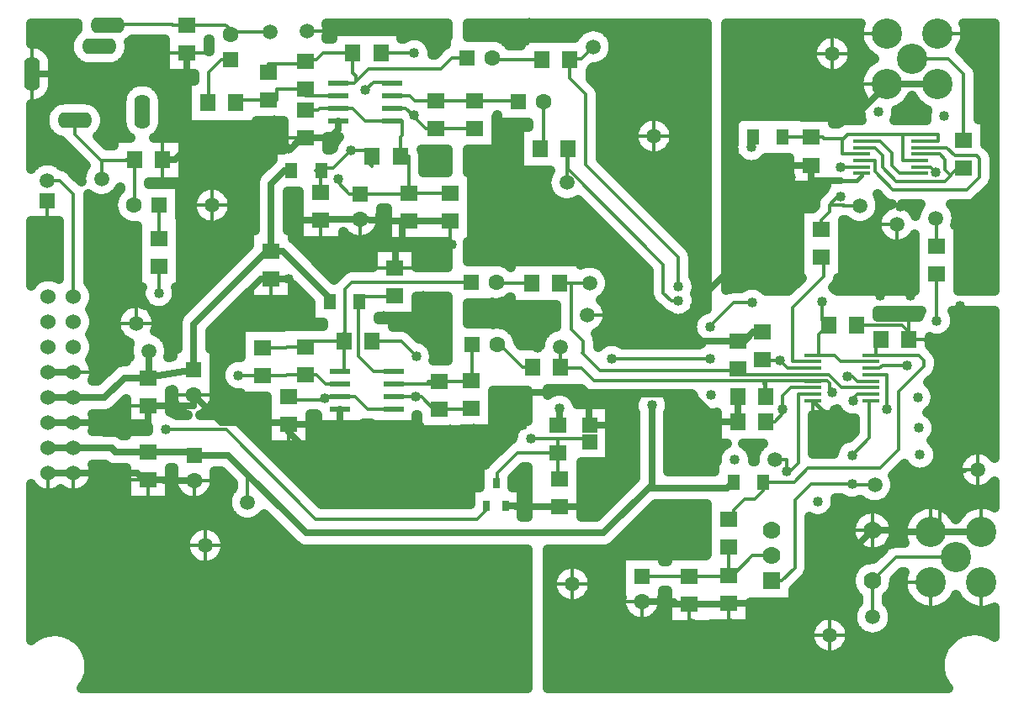
<source format=gbr>
G04 DipTrace 3.3.1.1*
G04 Top.gbr*
%MOIN*%
G04 #@! TF.FileFunction,Copper,L1,Top*
G04 #@! TF.Part,Single*
G04 #@! TA.AperFunction,Conductor*
%ADD14C,0.027559*%
%ADD15C,0.011811*%
%ADD16C,0.015748*%
G04 #@! TA.AperFunction,CopperBalancing*
%ADD17C,0.04*%
%ADD18C,0.012992*%
%ADD19R,0.070866X0.062992*%
G04 #@! TA.AperFunction,ComponentPad*
%ADD20C,0.062992*%
%ADD21R,0.062992X0.062992*%
%ADD22R,0.062992X0.070866*%
G04 #@! TA.AperFunction,ComponentPad*
%ADD23C,0.06*%
%ADD24O,0.062992X0.137795*%
%ADD25O,0.137795X0.062992*%
%ADD26R,0.059055X0.059055*%
G04 #@! TA.AperFunction,ComponentPad*
%ADD27C,0.059055*%
%ADD28R,0.047244X0.062992*%
G04 #@! TA.AperFunction,ComponentPad*
%ADD29C,0.12*%
%ADD30C,0.059055*%
%ADD32R,0.025591X0.041339*%
G04 #@! TA.AperFunction,ComponentPad*
%ADD34R,0.07X0.07*%
%ADD35C,0.07*%
%ADD36R,0.07874X0.023622*%
%ADD37R,0.070866X0.015748*%
%FSLAX26Y26*%
G04*
G70*
G90*
G75*
G01*
G04 Top*
%LPD*%
X523056Y1602283D2*
D14*
X623056D1*
X1405440Y2181373D2*
Y2449446D1*
X1458505Y2502512D1*
X1485715D1*
X1099308Y1712374D2*
Y1893164D1*
X1387517Y2181373D1*
X1405440D1*
X917080Y1680529D2*
X920992Y1683000D1*
X1099308Y1712374D1*
X623056Y1602283D2*
X745493D1*
X823739Y1680529D1*
X917080D1*
X1405440Y2181373D2*
X1451446D1*
X1637251Y1995568D1*
Y1983437D1*
X523056Y1402283D2*
X623056D1*
X917270Y1386375D2*
X1100052D1*
Y1373668D1*
X623056Y1402283D2*
X773528D1*
X789436Y1386375D1*
X917270D1*
X3307402Y2595037D2*
Y2635367D1*
X3313627D1*
X1100052Y1373668D2*
X1236381D1*
X1545025Y1065024D1*
X2722270D1*
X2913701Y1256454D1*
Y1571415D1*
X2543109Y1492432D2*
X2548227D1*
Y1559364D1*
X3236945Y1267345D2*
X3212633Y1243033D1*
X2913701D1*
Y1256454D1*
X920992Y1787427D2*
Y1683000D1*
X1312087Y1187179D2*
D15*
Y1301113D1*
X1239533Y1373668D1*
X1236381D1*
X4044625Y2847474D2*
D14*
X3844625D1*
X3543622Y2524171D2*
Y2462274D1*
X3662518D1*
D16*
X3723895D1*
X3745710Y2484089D1*
Y2491135D1*
X523056Y1502283D2*
D14*
X623056D1*
X1473306Y2590714D2*
X1484047D1*
X1526119Y2632786D1*
X1540311D1*
X523056Y1302283D2*
X623056D1*
Y1702283D2*
X523056D1*
X1474336Y1496164D2*
X1573726D1*
X1666634D1*
X1679161Y1508692D1*
Y1555274D1*
X1099308Y1612374D2*
X1209694Y1501988D1*
X1279121D1*
X1474336D1*
Y1496164D1*
X917080Y1570293D2*
X1099308D1*
Y1612374D1*
X623056Y1502283D2*
X917080D1*
Y1570293D1*
X1405440Y2071136D2*
X1366178D1*
X1299739Y2004697D1*
X1209694Y1914652D1*
Y1501988D1*
X1474877Y2071140D2*
X1405440D1*
Y2071136D1*
X1540311Y2632786D2*
X1639066D1*
X1672690Y2666411D1*
Y2700602D1*
X917270Y1276139D2*
X982390D1*
Y1273668D1*
X1100052D1*
X623056Y1302283D2*
X874608D1*
X900752Y1276139D1*
X917270D1*
X1603146Y2305076D2*
X1474877D1*
Y2305077D1*
X1757457Y2308849D2*
X1603146D1*
Y2305076D1*
X1950930Y2302486D2*
X1924558D1*
X1921556D1*
X1888207Y2303731D1*
X1757457Y2308849D1*
X2114355Y2302608D2*
X1950930D1*
Y2302486D1*
X1895373Y2117269D2*
X1897281D1*
Y2193601D1*
X1924558Y2220878D1*
Y2302486D1*
X459659Y2886577D2*
X1071315D1*
Y2969786D1*
Y2596879D1*
Y2590714D1*
X1473306D1*
X975062Y2544446D2*
X1025047D1*
X1071315Y2590714D1*
X1474336Y1496164D2*
Y1467430D1*
X1522171Y1419596D1*
X2238507D1*
X2393344Y1574433D1*
Y1577694D1*
X2438777Y1623127D1*
X3072751D1*
Y1614883D1*
X2334448Y1172707D2*
X2371238D1*
X2373745Y1170199D1*
X2547261D1*
X3072751Y1614883D2*
X2666231D1*
Y1492675D1*
X2740505D1*
X2752458Y1480722D1*
Y1398091D1*
Y1251169D1*
X2671488Y1170199D1*
X2547261D1*
X2667248Y1494159D2*
X2666231Y1492675D1*
X3072751Y1614883D2*
X3157385Y1530249D1*
Y1506210D1*
X3637623Y1508717D2*
D16*
X3633944D1*
X3551903Y1590757D1*
X2874978Y793615D2*
D14*
X3001496D1*
Y783298D1*
X3060705D1*
X4018808Y1068297D2*
X4218808D1*
X3787545Y1075293D2*
X3917949D1*
X3924945Y1068297D1*
X4018808D1*
X3216605Y786448D2*
X3498699D1*
X3525327Y813075D1*
X3787545Y1075293D1*
X3060705Y783298D2*
X3216605D1*
Y786448D1*
X3930394Y1834215D2*
D15*
X3991673D1*
X4054344Y1771545D1*
Y1309366D1*
Y1068297D1*
X4018808D1*
X3725080Y1888051D2*
X3906434D1*
X3930394Y1864092D1*
Y1834215D1*
X3543622Y2524171D2*
D14*
X3464882D1*
X3228661D1*
Y2673777D1*
X3239224Y2684340D1*
X3307402Y2752517D1*
X3358459D1*
X3506713D1*
X3679675D1*
X3756060D1*
X3844625Y2841081D1*
Y2847474D1*
X3228661Y2524171D2*
Y2115345D1*
X3078088Y1964772D1*
Y1827576D1*
Y1835518D1*
X3307402Y2122596D2*
X3228661Y2115345D1*
X3464882Y2476927D2*
Y2524171D1*
X3253277Y1507483D2*
Y1506210D1*
X3157385D1*
X3256310Y1605375D2*
X3253277D1*
Y1507483D1*
X3078088Y1827576D2*
X3253615D1*
X3280319D1*
X3314694Y1861951D1*
X3350161D1*
X2761281Y1611684D2*
D15*
X3072751D1*
Y1614883D1*
X3253615Y1826068D2*
D14*
Y1827576D1*
X4154740Y1309366D2*
D15*
X4054344D1*
X3225412Y2698152D2*
D14*
X3239224Y2684340D1*
X3358459Y2743769D2*
Y2752517D1*
X3506713Y2734265D2*
Y2752517D1*
X3679675Y2736165D2*
Y2752517D1*
X3539918Y828383D2*
X3525327Y813075D1*
X2687521Y1151003D2*
Y1170199D1*
X2671488D1*
X2765449Y1398091D2*
X2752458D1*
X1279121Y1517833D2*
Y1501988D1*
X1216399Y1901769D2*
X1209694Y1914652D1*
X1311433Y1993003D2*
X1299739Y2004697D1*
X1678264Y1489323D2*
X1666634Y1496164D1*
X1573726Y1485522D2*
Y1496164D1*
X1058472Y2584549D2*
X1071315Y2596879D1*
X3253615Y1715832D2*
D15*
Y1709906D1*
X2707404D1*
X2638175Y1779135D1*
X2642951Y1783911D1*
Y1824429D1*
X2593530Y1873850D1*
Y2055415D1*
X2548814D1*
X3551903Y1693119D2*
X3613962D1*
X3665143Y1641938D1*
X3780249D1*
X3551903Y1693119D2*
X3288067D1*
X3265354Y1715832D1*
X3253615D1*
X2548814Y2055415D2*
X2667455D1*
Y2056429D1*
X1972554Y2968046D2*
X1976280D1*
X1977491Y2969257D1*
X1840051D1*
X1885289Y2750602D2*
X1938039D1*
X1967307Y2721335D1*
X1970634D1*
X1973927D1*
Y2713598D1*
X2019147Y2668378D1*
X2059278D1*
X2209959D1*
Y2668458D1*
X3797499Y1255944D2*
X3707050D1*
Y1260436D1*
X3543589D1*
X3479929Y1196776D1*
Y926517D1*
X3428705Y875293D1*
X3387545D1*
X3780257Y1590757D2*
X3774810D1*
Y1441038D1*
X3707050Y1373278D1*
X1885289Y2800602D2*
X1954520D1*
X1976508Y2778614D1*
X2059278D1*
X2383709D1*
Y2775435D1*
X2059278Y2778614D2*
X2209959D1*
Y2778695D1*
X1474336Y1606400D2*
Y1593361D1*
X1619399D1*
Y1598427D1*
X1950930Y2412722D2*
X1972858D1*
X1972980Y2412844D1*
X2114355D1*
X1672690Y2750602D2*
X1599232D1*
X1591652Y2743022D1*
X1540311D1*
X1885289Y2700602D2*
X1777967D1*
X1727967Y2750602D1*
X1672690D1*
X1916721Y2559077D2*
Y2635163D1*
X1923749Y2642192D1*
Y2700602D1*
X1885289D1*
X1950930Y2412722D2*
Y2559077D1*
X1916721D1*
X1757457Y2408849D2*
X1950930D1*
Y2412722D1*
X1670078Y2468422D2*
Y2454281D1*
X1715510Y2408849D1*
X1757457D1*
X1679161Y1605274D2*
X1738555D1*
X1788555Y1555274D1*
X1891760D1*
X1619399Y1598427D2*
Y1605274D1*
X1679161D1*
X3780249Y1769891D2*
X3800306D1*
Y1834215D1*
X3820157D1*
X3218514Y1120445D2*
Y1121727D1*
X3237068Y1103173D1*
Y1156298D1*
X3280075Y1199304D1*
X3323081D1*
X3355055Y1231278D1*
Y1267345D1*
X3477990D1*
X3532302Y1321657D1*
X3817642D1*
X3890680Y1394696D1*
Y1626747D1*
X3946635Y1682702D1*
X3948017D1*
X3992604Y1727289D1*
Y1748550D1*
X3971262Y1769891D1*
X3780249D1*
X2281464Y2950752D2*
X2296604D1*
X2304921Y2942434D1*
X2478913D1*
X3923349Y1729845D2*
X3826995D1*
X3815860Y1718710D1*
X3780249D1*
X4041400Y2092365D2*
X4043178D1*
Y1906416D1*
X4039484Y2496215D2*
X4018974Y2516726D1*
X3974049D1*
X4039437Y2314029D2*
X4041400D1*
Y2202601D1*
X2483709Y2775435D2*
Y2589197D1*
X2470540D1*
X3551903Y1718710D2*
X3451349D1*
X3420467Y1749592D1*
X3710007Y1590409D2*
Y1599202D1*
X3727152Y1616348D1*
X3780249D1*
X3350161Y1751715D2*
Y1747944D1*
X3351810Y1749592D1*
X3420467D1*
X2589149Y2942434D2*
Y2868860D1*
X2652807Y2805202D1*
Y2525971D1*
X3019252Y2159526D1*
Y2041207D1*
X2682310Y2993533D2*
X2634332Y2945555D1*
X2589149D1*
Y2942434D1*
X3551903Y1641938D2*
X3463954D1*
X3432219Y1610203D1*
Y1556798D1*
X3019597Y1985593D2*
X2990802D1*
X2959688Y2016707D1*
Y2129344D1*
X2580776Y2508255D1*
Y2589197D1*
X3780249Y1693119D2*
X3844209D1*
Y1556850D1*
X3432219Y1556798D2*
Y1539720D1*
X3399982Y1507483D1*
X3363513D1*
X2580776Y2589197D2*
X2577241D1*
Y2454309D1*
X3974049Y2619088D2*
X4047201D1*
Y2644678D1*
X3974049D1*
X3745702D2*
X3687617D1*
X3673835Y2630896D1*
X3667752Y2624814D1*
Y2567907D1*
X3745702D1*
X3974049Y2542316D2*
X3908614D1*
Y2644678D1*
X3745702D1*
X3673835Y2630896D2*
X3594252D1*
X3590741Y2634407D1*
X3543622D1*
X3974049Y2644678D2*
X3908614D1*
X3543622Y2634407D2*
X3549346D1*
Y2635367D1*
X3431738D1*
X3974049Y2567907D2*
X4053576D1*
X4075390Y2546093D1*
Y2504286D1*
X4097201Y2482475D1*
X4075035Y2460310D1*
X3881799D1*
X3827614Y2514495D1*
Y2562933D1*
X3797050Y2593497D1*
X3745702D1*
X4097201Y2482475D2*
Y2484743D1*
X4126432Y2513974D1*
X4149436D1*
X3974049Y2491135D2*
X3896034D1*
X3864092Y2523077D1*
Y2573856D1*
X3818860Y2619088D1*
X3745702D1*
X3586152Y2160298D2*
X3595165D1*
Y2083085D1*
X3472936Y1960856D1*
Y1744301D1*
X3551903D1*
X3745702Y2516726D2*
X3677522D1*
Y2514268D1*
X3661732D1*
Y2398186D2*
X3648924D1*
X3618037Y2367299D1*
Y2339155D1*
X3586152Y2307270D1*
Y2270534D1*
X3738663Y2363902D2*
Y2364114D1*
X3671169D1*
X3738663D2*
X3618037Y2367299D1*
X3974049Y2593497D2*
X4081138D1*
X4113259Y2561377D1*
X4200776D1*
X4212913Y2549239D1*
Y2476927D1*
X4162504Y2426517D1*
X3869622D1*
X3797051Y2499088D1*
Y2542316D1*
X3745702D1*
X2874978Y893615D2*
X2983396D1*
X2983476Y893534D1*
X3060705D1*
X3216605Y896684D2*
Y880887D1*
X3311010Y975293D1*
X3387545D1*
X3216605Y896684D2*
X3218514D1*
Y1010209D1*
X3060705Y893534D2*
X3216605D1*
Y896684D1*
X3780249Y1667529D2*
X3728612D1*
X3709866Y1686274D1*
X3689854D1*
X3627660Y1624080D2*
X3616673Y1635067D1*
Y1657783D1*
X3606780Y1667677D1*
X3531076D1*
X3430077D1*
X3358975D1*
X2684908D1*
X2634552Y1718033D1*
X2550980D1*
Y1723497D1*
X3366546Y1605375D2*
X3371556D1*
X3430077Y1668907D2*
Y1667677D1*
X3366546Y1605375D2*
X3358975Y1667677D1*
X3366546Y1667529D2*
Y1605375D1*
X3551903Y1667529D2*
X3531076Y1667677D1*
X2551921Y1803933D2*
X2550980D1*
Y1723497D1*
X2543109Y1382196D2*
X2381118D1*
X2300488Y1301566D1*
Y1268172D1*
X2295575Y1263259D1*
X2297046D1*
X2543109Y1382196D2*
Y1439378D1*
X2434598D1*
X2547261Y1280436D2*
X2543109D1*
Y1382196D1*
X2434598Y1439378D2*
X2668583D1*
Y1426562D1*
X2754849Y1756139D2*
X3144278D1*
Y1882438D2*
Y1884396D1*
X3238073Y1978192D1*
X3311710D1*
X3589094Y1982102D2*
Y1909783D1*
X3611892D1*
X3592178Y1890069D1*
X3601448Y1880799D1*
X3573564Y1852916D1*
Y1769891D1*
X3551903D1*
X3636769D1*
X3660986Y1745675D1*
X3780249D1*
Y1744301D1*
X3614844Y1888051D2*
X3592178Y1890069D1*
X1721263Y2583473D2*
X1781297D1*
Y2545175D1*
X1806484Y2519988D1*
Y2559077D1*
X1603146Y2415312D2*
Y2502512D1*
X1603825D1*
X1778930Y2821492D2*
X1810142Y2852703D1*
X1885289D1*
Y2850602D1*
X1603146Y2415312D2*
X1601776D1*
Y2503550D1*
X1582959D1*
X1593412Y2514003D1*
X1651793D1*
X1721263Y2583473D1*
X1243306Y3042506D2*
Y3062767D1*
X1226050Y3080022D1*
X1071315D1*
X1014861D1*
X1013832Y3081051D1*
X757135D1*
Y3080722D1*
X1401549Y3051044D2*
Y3051807D1*
X1243306D1*
Y3042506D1*
X3401930Y1354836D2*
X3448505D1*
Y1309688D1*
X3551903Y1616348D2*
X3494304D1*
Y1343919D1*
X3460073Y1309688D1*
X3448505D1*
X1980001Y1765281D2*
X1920199Y1825083D1*
X1805395D1*
X1891760Y1605274D2*
X2002137D1*
X2073152Y1534259D1*
Y1556463D1*
X1978416Y1604769D2*
X1891760D1*
Y1605274D1*
X2073152Y1556463D2*
X2197551D1*
Y1557782D1*
X989551Y1475758D2*
X1226788D1*
X1582413Y1120133D1*
X2222933D1*
X2259644Y1156844D1*
Y1172707D1*
X519448Y2462047D2*
X569538D1*
X623056Y2408529D1*
Y2002283D1*
X3787545Y875293D2*
X3880549Y968297D1*
X4118808D1*
X3787545Y875293D2*
X3788301D1*
Y731585D1*
X3944625Y2947474D2*
X4087643D1*
X4149436Y2885681D1*
Y2624210D1*
X1672690Y2800602D2*
X1541793D1*
Y2825772D1*
X1394370Y2783604D2*
X1265796D1*
Y2771291D1*
X1541793Y2825772D2*
X1427270D1*
Y2783604D1*
X1394370D1*
Y2893840D2*
Y2925317D1*
X1541793D1*
Y2936008D1*
X1729815Y2969257D2*
Y2890730D1*
X1742223Y2878322D1*
Y2856510D1*
X1792269Y2906556D1*
X2077361D1*
X2121556Y2950752D1*
X2181464D1*
X1742223Y2856510D2*
X1736315Y2850602D1*
X1672690D1*
X1541793Y2936008D2*
Y2941776D1*
X1583366D1*
X1610848Y2969257D1*
X1729815D1*
X1243306Y2942506D2*
X1207395D1*
X1158161Y2893273D1*
Y2771291D1*
X1155560D1*
X1891760Y1655274D2*
X2039028D1*
X2027603Y1666699D1*
X2073152D1*
X2173367D1*
X2200987Y1694318D1*
Y1812166D1*
X2073152Y1666699D2*
X2189854D1*
Y1668018D1*
X2197551D1*
X2297475Y2060412D2*
X2311641D1*
X2316638Y2055415D1*
X2438578D1*
X1276519Y1690484D2*
X1313473D1*
X1313475Y1690482D1*
X1371000D1*
X962024Y2123902D2*
Y2017106D1*
X961126Y2016208D1*
X1543105Y1691348D2*
X1585360D1*
X1621433Y1655274D1*
X1679161D1*
X1371000Y1690482D2*
X1466045D1*
X1466911Y1691348D1*
X1543105D1*
X1371000Y1800718D2*
X1466043D1*
X1466909Y1801584D1*
X1543105D1*
X1695159Y1825083D2*
Y1705274D1*
X1679161D1*
X1695159Y1825083D2*
Y1858900D1*
X1697950Y1861692D1*
Y2033127D1*
X1725341Y2060518D1*
X2049142D1*
X2049248Y2060412D1*
X2197475D1*
X1543105Y1801584D2*
Y1789068D1*
X1541677D1*
Y1825083D1*
X1695159D1*
X962273Y2365414D2*
Y2234138D1*
X962024D1*
X2300987Y1812166D2*
X2312732D1*
X2401401Y1723497D1*
X2440744D1*
X1891760Y1705274D2*
X1810668D1*
X1750218Y1765724D1*
Y2001772D1*
X1760672D1*
X1755361Y1996461D1*
Y1983437D1*
X1760672Y2001772D2*
X1895373D1*
Y2007033D1*
X864825Y2544446D2*
Y2365414D1*
X862273D1*
X627278Y2702000D2*
Y2647486D1*
X730887Y2543877D1*
X733730D1*
X832310D1*
X832879Y2544446D1*
X864825D1*
X733730Y2469925D2*
Y2543877D1*
D17*
X2548227Y1559364D3*
X3707050Y1373278D3*
Y1260436D3*
X4043178Y1906416D3*
X3844209Y1556850D3*
X3661732Y2514268D3*
Y2398186D3*
X3689854Y1686274D3*
X3627660Y1624080D3*
X2754849Y1756139D3*
X3144278D3*
X3311710Y1978192D3*
X3589094Y1982102D3*
X2390392Y2355323D3*
X2795591Y2752517D3*
X2312198Y2633168D3*
X3225412Y2698152D3*
X1968819Y1886375D3*
X2207487Y1478472D3*
X2205039Y1965115D3*
X3307402Y2437556D3*
X2753975Y2184954D3*
X2992441Y2319446D3*
X3425512Y2083226D3*
X3897953Y2122596D3*
X3110551Y1335194D3*
X2953071Y1098974D3*
X2205039Y980864D3*
X1328608Y1100474D3*
X1850709Y1256454D3*
X3637944Y1019794D3*
X3474219Y706924D3*
X4134173Y1492675D3*
Y1965115D3*
Y2319446D3*
Y2122596D3*
X3509130Y2848550D3*
X3943864Y2744249D3*
X1418299Y2703041D3*
X1067587Y2713600D3*
X1227534Y2256841D3*
X1063307Y2083226D3*
X791873Y1899122D3*
X713631Y2250982D3*
X1127080Y2506601D3*
X4134173Y1807635D3*
X3897953Y2358816D3*
X3307402Y2122596D3*
X3819213Y2004486D3*
X3464882Y2476927D3*
X3543622Y2398186D3*
X4134173Y1650155D3*
X2029126Y2550772D3*
X2244399Y2204416D3*
X2220568Y2494280D3*
X2223630Y2353471D3*
X2540234Y2339203D3*
X2676665Y2286127D3*
X2848085Y2093281D3*
X2834961Y1847005D3*
X2716850D3*
X2541574Y2199760D3*
X2391988Y2208943D3*
X2236809Y3072844D3*
X2410354Y3014659D3*
X2429707Y3090022D3*
X2687600Y2877110D3*
X2756220Y2555667D3*
X2874331Y2437556D3*
X3110551Y2634407D3*
Y2791887D3*
X3092970Y2993232D3*
X3110551Y2437556D3*
Y2201336D3*
X2834961Y1965115D3*
X3307402Y2280076D3*
X3229214Y2890121D3*
X3227314Y3006062D3*
X3358459Y2743769D3*
X3506713Y2734265D3*
X3679675Y2736165D3*
X3810820Y2734265D3*
X4073114Y2719060D3*
X3225412Y2789385D3*
X3386142Y2437556D3*
X3681575Y2040518D3*
X3937323Y2004486D3*
X3966676Y1603364D3*
X3970478Y1481720D3*
X3976180Y1375282D3*
X3877344Y1213726D3*
X3715786Y1187115D3*
X3571336Y1190917D3*
X3556760Y1087572D3*
X3563732Y922923D3*
X3539918Y828383D3*
X3366366Y703070D3*
X3228661Y705273D3*
X3071181D3*
X2911401Y594882D3*
X2698869Y791376D3*
X2829559Y989331D3*
X2953071Y1020234D3*
X3071181D3*
X3110551Y1177714D3*
X2953071D3*
X2831972Y1059770D3*
X2702727Y983744D3*
X2520000Y980864D3*
Y823383D3*
Y665903D3*
Y508423D3*
X3228661Y547793D3*
X4008491Y495270D3*
X3903954Y902014D3*
X3886848Y774669D3*
X3807020Y630218D3*
X3637860Y573198D3*
X4124432Y780371D3*
X3149386Y1610966D3*
X3322346Y1418999D3*
X3242518Y1356276D3*
X2992441Y1335194D3*
Y1532045D3*
X2839576Y1476018D3*
X2831972Y1293554D3*
X2687521Y1151003D3*
X2649508Y1318262D3*
X2765449Y1398091D3*
X2113933Y1477266D3*
X2323150Y1610785D3*
X2401890Y1492675D3*
X2323150Y1413934D3*
X2244409Y1335194D3*
X2126299Y1177714D3*
X1850709D3*
X1653858D3*
X1535748Y1295824D3*
X1417638Y1413934D3*
X1279121Y1517833D3*
X1278524Y1605009D3*
X1189790Y1677490D3*
X1092523Y1990842D3*
X1216399Y1901769D3*
X1311433Y1993003D3*
X1507202Y1994903D3*
X1549017Y1896067D3*
X1376056Y1897969D3*
X1994433Y1486508D3*
X1860728Y1487423D3*
X1678264Y1489323D3*
X1573726Y1485522D3*
X2362520Y1965115D3*
X2520000D3*
X2476573Y1906147D3*
X2460686Y1797902D3*
X2086819Y1924439D3*
X2008189Y2004486D3*
X2076810Y1816648D3*
X1850709Y1925745D3*
X1700121Y2209678D3*
X1847310Y2211979D3*
X2017496D3*
X1693228Y2122596D3*
X1535748Y2201336D3*
X2121218Y2208069D3*
X1233259Y2660443D3*
X1352849Y2527054D3*
X1334450Y2317770D3*
X1182663Y2119986D3*
X1063307Y2240706D3*
X1056403Y2447250D3*
X1058472Y2584549D3*
X811034Y1146496D3*
X501479Y2257791D3*
X827087Y2083226D3*
X1474877Y2305077D3*
X3072751Y1614883D3*
X1473306Y2590714D3*
X2750307Y1964777D3*
X1474877Y2071140D3*
X1970634Y2721335D3*
X1972554Y2968046D3*
X1670078Y2468422D3*
X1619399Y1598427D3*
X3307402Y2595037D3*
X2913701Y1571415D3*
X2434598Y1439378D3*
X3637623Y1508717D3*
X3157385Y1506210D3*
X1778930Y2821492D3*
X1721263Y2583473D3*
X1978416Y1604769D3*
X1980001Y1765281D3*
X989551Y1475758D3*
X1276519Y1690484D3*
X4039484Y2496215D3*
X961126Y2016208D3*
X3078088Y1835518D3*
X3019252Y2041207D3*
X3710007Y1590409D3*
X3420467Y1749592D3*
X3432219Y1556798D3*
X3019597Y1985593D3*
X3923349Y1729845D3*
X3144278Y1882438D3*
X3448505Y1309688D3*
X3213309Y3046979D2*
X3612918D1*
X3646037D2*
X3729039D1*
X4160221D2*
X4267661D1*
X3213309Y3007110D2*
X3555037D1*
X3703882D2*
X3736575D1*
X4152686D2*
X4267661D1*
X3213309Y2967241D2*
X3544343D1*
X3714611D2*
X3763057D1*
X4153188D2*
X4267661D1*
X3213309Y2927373D2*
X3554570D1*
X3704348D2*
X3762698D1*
X4193055D2*
X4267661D1*
X3213309Y2887504D2*
X3608468D1*
X3650486D2*
X3736467D1*
X4210926D2*
X4267661D1*
X3213309Y2847635D2*
X3729039D1*
X4210926D2*
X4267661D1*
X3213309Y2807766D2*
X3736323D1*
X4210926D2*
X4267661D1*
X3213309Y2767898D2*
X3743608D1*
X3926866D2*
X3962394D1*
X4210926D2*
X4267661D1*
X3213309Y2728029D2*
X3735498D1*
X3886138D2*
X3998063D1*
X4210926D2*
X4267661D1*
X3213309Y2688160D2*
X3234411D1*
X4240458D2*
X4267661D1*
X3213309Y2648291D2*
X3234411D1*
X4240458D2*
X4267661D1*
X4240458Y2608423D2*
X4267661D1*
X3213309Y2568554D2*
X3234411D1*
X3213309Y2528685D2*
X3276504D1*
X3338294D2*
X3452587D1*
X3213309Y2488816D2*
X3452587D1*
X3213309Y2448948D2*
X3452587D1*
X3213309Y2409079D2*
X3574486D1*
X4230375D2*
X4267661D1*
X3213309Y2369210D2*
X3556580D1*
X3823628D2*
X3860842D1*
X4171274D2*
X4267661D1*
X3213309Y2329341D2*
X3495110D1*
X4123117D2*
X4267661D1*
X3213309Y2289472D2*
X3495110D1*
X3677184D2*
X3702377D1*
X3774933D2*
X3799659D1*
X4120749D2*
X4267661D1*
X3213309Y2249604D2*
X3495110D1*
X3677184D2*
X3810604D1*
X4132447D2*
X4267661D1*
X3213309Y2209735D2*
X3495110D1*
X3677184D2*
X3871248D1*
X3898338D2*
X3950373D1*
X4132447D2*
X4267661D1*
X3213309Y2169866D2*
X3495110D1*
X3677184D2*
X3950373D1*
X4132447D2*
X4267661D1*
X3213309Y2129997D2*
X3495110D1*
X3677184D2*
X3950373D1*
X4132447D2*
X4267661D1*
X3213309Y2090129D2*
X3495110D1*
X3677184D2*
X3950373D1*
X4132447D2*
X4267661D1*
X3213309Y2050260D2*
X3477024D1*
X3646396D2*
X3950373D1*
X4132447D2*
X4267661D1*
X3506935Y2717503D2*
X3630655D1*
Y2688401D1*
X3650270Y2688406D1*
X3657586Y2693719D1*
X3658669Y2695441D1*
Y2704152D1*
X3745832D1*
X3742725Y2712139D1*
X3740102Y2723064D1*
X3739220Y2734265D1*
X3740102Y2745466D1*
X3742725Y2756391D1*
X3747024Y2766771D1*
X3752895Y2776351D1*
X3755763Y2779989D1*
X3749888Y2788487D1*
X3744532Y2798117D1*
X3740153Y2808228D1*
X3736792Y2818722D1*
X3734482Y2829497D1*
X3733246Y2840446D1*
X3733096Y2851464D1*
X3734033Y2862444D1*
X3736049Y2873277D1*
X3739123Y2883859D1*
X3743225Y2894086D1*
X3748316Y2903858D1*
X3754346Y2913081D1*
X3761256Y2921664D1*
X3768979Y2929524D1*
X3777439Y2936584D1*
X3786555Y2942775D1*
X3795083Y2947471D1*
X3786014Y2952503D1*
X3776934Y2958746D1*
X3768514Y2965854D1*
X3760836Y2973758D1*
X3753975Y2982380D1*
X3747997Y2991637D1*
X3742962Y3001439D1*
X3738918Y3011689D1*
X3735904Y3022288D1*
X3733950Y3033132D1*
X3733075Y3044117D1*
X3733288Y3055134D1*
X3734586Y3066076D1*
X3736957Y3076837D1*
X3740205Y3086848D1*
X3209279D1*
X3209291Y2027990D1*
X3216067Y2031320D1*
X3224649Y2034108D1*
X3233562Y2035520D1*
X3256446Y2035697D1*
X3269042D1*
X3274299Y2039241D1*
X3284310Y2044341D1*
X3294995Y2047813D1*
X3306092Y2049571D1*
X3317328D1*
X3328425Y2047813D1*
X3339110Y2044341D1*
X3349121Y2039241D1*
X3358210Y2032637D1*
X3366155Y2024692D1*
X3373018Y2024486D1*
X3455229D1*
X3507831Y2077202D1*
X3499119D1*
Y2353630D1*
X3551187D1*
X3560536Y2362980D1*
X3560847Y2373323D1*
X3562494Y2382195D1*
X3565508Y2390700D1*
X3569815Y2398630D1*
X3575322Y2405800D1*
X3596024Y2426612D1*
X3600683Y2435597D1*
X3604446Y2441082D1*
X3456589Y2441075D1*
Y2552280D1*
X3364822Y2552271D1*
X3358030Y2544408D1*
X3349487Y2537111D1*
X3339907Y2531241D1*
X3329527Y2526941D1*
X3318602Y2524318D1*
X3307402Y2523437D1*
X3296201Y2524318D1*
X3285276Y2526941D1*
X3274896Y2531241D1*
X3265316Y2537111D1*
X3256773Y2544408D1*
X3250006Y2552279D1*
X3238405Y2552271D1*
Y2575919D1*
X3236683Y2583836D1*
X3235802Y2595037D1*
X3236683Y2606237D1*
X3238406Y2613971D1*
X3238405Y2718463D1*
X3506960D1*
Y2717495D1*
X4206908Y2707306D2*
X4236469D1*
Y2606436D1*
X4241438Y2602039D1*
X4256641Y2586586D1*
X4261945Y2579285D1*
X4266042Y2571245D1*
X4268830Y2562663D1*
X4270242Y2553751D1*
X4270419Y2530866D1*
X4270242Y2472415D1*
X4268830Y2463502D1*
X4266042Y2454920D1*
X4261945Y2446880D1*
X4256641Y2439580D1*
X4240584Y2423272D1*
X4199851Y2382789D1*
X4192551Y2377486D1*
X4184510Y2373389D1*
X4175928Y2370600D1*
X4167016Y2369189D1*
X4144131Y2369012D1*
X4099097D1*
X4105071Y2361714D1*
X4108610Y2356418D1*
X4111722Y2350860D1*
X4114389Y2345075D1*
X4116594Y2339099D1*
X4118323Y2332968D1*
X4119566Y2326720D1*
X4120314Y2320394D1*
X4120565Y2314029D1*
X4120314Y2307664D1*
X4119566Y2301338D1*
X4118323Y2295090D1*
X4115397Y2285714D1*
X4128433Y2285697D1*
Y2024496D1*
X4271666Y2024486D1*
X4271653Y3086860D1*
X4149014Y3086848D1*
X4151544Y3079456D1*
X4154177Y3068756D1*
X4155741Y3057849D1*
X4156225Y3047474D1*
X4155681Y3036468D1*
X4154054Y3025570D1*
X4151360Y3014885D1*
X4147626Y3004518D1*
X4142888Y2994569D1*
X4137192Y2985137D1*
X4134801Y2981641D1*
X4193163Y2923028D1*
X4198467Y2915728D1*
X4202564Y2907688D1*
X4205352Y2899106D1*
X4206764Y2890193D1*
X4206941Y2867308D1*
Y2707301D1*
X4005600Y2742921D2*
X3995666Y2747186D1*
X3986014Y2752503D1*
X3976934Y2758746D1*
X3968514Y2765854D1*
X3960836Y2773758D1*
X3953975Y2782380D1*
X3947997Y2791637D1*
X3944576Y2797833D1*
X3939194Y2788218D1*
X3932889Y2779180D1*
X3925724Y2770809D1*
X3917768Y2763185D1*
X3909099Y2756383D1*
X3899802Y2750468D1*
X3889966Y2745500D1*
X3881962Y2742308D1*
X3882420Y2734265D1*
X3881539Y2723064D1*
X3878916Y2712139D1*
X3874809Y2702178D1*
X3887050Y2702184D1*
X3887016Y2704152D1*
X4003101D1*
X4001735Y2713443D1*
Y2724678D1*
X4003492Y2735775D1*
X4005649Y2742896D1*
X3819540Y2357536D2*
X3818791Y2351210D1*
X3817549Y2344963D1*
X3815820Y2338832D1*
X3813615Y2332855D1*
X3810948Y2327070D1*
X3807835Y2321513D1*
X3804296Y2316216D1*
X3800353Y2311213D1*
X3796029Y2306536D1*
X3791351Y2302212D1*
X3786348Y2298268D1*
X3781052Y2294729D1*
X3775494Y2291616D1*
X3769709Y2288949D1*
X3763733Y2286745D1*
X3757602Y2285016D1*
X3751354Y2283773D1*
X3745028Y2283024D1*
X3738663Y2282774D1*
X3732298Y2283024D1*
X3725972Y2283773D1*
X3719724Y2285016D1*
X3713593Y2286745D1*
X3707617Y2288949D1*
X3701832Y2291616D1*
X3696274Y2294729D1*
X3690977Y2298268D1*
X3685975Y2302212D1*
X3681246Y2306591D1*
X3673175Y2306609D1*
X3673185Y2077202D1*
X3652337D1*
X3651082Y2069661D1*
X3648294Y2061079D1*
X3644197Y2053039D1*
X3638893Y2045738D1*
X3632453Y2039048D1*
X3639723Y2032731D1*
X3646789Y2024481D1*
X3954378Y2024486D1*
X3954367Y2248580D1*
X3950153Y2242233D1*
X3944304Y2235156D1*
X3937692Y2228786D1*
X3930403Y2223203D1*
X3922530Y2218479D1*
X3914173Y2214676D1*
X3905440Y2211841D1*
X3896443Y2210011D1*
X3887297Y2209209D1*
X3878118Y2209446D1*
X3869025Y2210718D1*
X3860135Y2213010D1*
X3851560Y2216291D1*
X3843410Y2220521D1*
X3835791Y2225644D1*
X3828800Y2231595D1*
X3822525Y2238298D1*
X3817049Y2245667D1*
X3812440Y2253608D1*
X3808757Y2262019D1*
X3806049Y2270792D1*
X3804349Y2279815D1*
X3803680Y2288972D1*
X3804049Y2298146D1*
X3805453Y2307219D1*
X3807873Y2316076D1*
X3811279Y2324602D1*
X3815626Y2332690D1*
X3820858Y2340234D1*
X3826910Y2347139D1*
X3833704Y2353315D1*
X3841151Y2358685D1*
X3849158Y2363178D1*
X3857621Y2366738D1*
X3865714Y2369144D1*
X3856198Y2370600D1*
X3847616Y2373389D1*
X3839575Y2377486D1*
X3832275Y2382789D1*
X3815968Y2398846D1*
X3806656Y2408158D1*
X3810948Y2400733D1*
X3813615Y2394948D1*
X3815820Y2388971D1*
X3817549Y2382840D1*
X3818791Y2376593D1*
X3819540Y2370267D1*
X3819790Y2363902D1*
X3819540Y2357536D1*
X3958902Y2323285D2*
X3960551Y2332968D1*
X3962280Y2339099D1*
X3964485Y2345075D1*
X3967152Y2350860D1*
X3970264Y2356418D1*
X3973803Y2361714D1*
X3979858Y2369001D1*
X3904650Y2368959D1*
X3913411Y2366212D1*
X3921806Y2362492D1*
X3929726Y2357848D1*
X3937071Y2352339D1*
X3943746Y2346035D1*
X3949667Y2339017D1*
X3954756Y2331375D1*
X3958857Y2323410D1*
X3710577Y2964991D2*
X3709850Y2955838D1*
X3708093Y2946826D1*
X3705330Y2938071D1*
X3701594Y2929683D1*
X3696935Y2921772D1*
X3691412Y2914437D1*
X3685096Y2907774D1*
X3678067Y2901867D1*
X3670416Y2896792D1*
X3662240Y2892614D1*
X3653645Y2889386D1*
X3644740Y2887151D1*
X3635639Y2885935D1*
X3626459Y2885756D1*
X3617318Y2886616D1*
X3608333Y2888503D1*
X3599618Y2891392D1*
X3591285Y2895249D1*
X3583442Y2900021D1*
X3576188Y2905650D1*
X3569617Y2912062D1*
X3563812Y2919176D1*
X3558848Y2926900D1*
X3554789Y2935135D1*
X3551686Y2943776D1*
X3549580Y2952713D1*
X3548496Y2961830D1*
X3548450Y2971012D1*
X3549442Y2980139D1*
X3551458Y2989097D1*
X3554474Y2997769D1*
X3558450Y3006044D1*
X3563336Y3013818D1*
X3569069Y3020989D1*
X3575576Y3027467D1*
X3582773Y3033169D1*
X3590568Y3038020D1*
X3598861Y3041960D1*
X3607546Y3044937D1*
X3616512Y3046914D1*
X3625644Y3047865D1*
X3634825Y3047779D1*
X3643938Y3046655D1*
X3652865Y3044509D1*
X3661492Y3041368D1*
X3669710Y3037273D1*
X3677412Y3032275D1*
X3684500Y3026439D1*
X3690883Y3019839D1*
X3696479Y3012560D1*
X3701217Y3004696D1*
X3705037Y2996347D1*
X3707888Y2987619D1*
X3709735Y2978625D1*
X3710554Y2969480D1*
X3710577Y2964991D1*
X3543622Y2524171D2*
D18*
Y2441110D1*
X3456625Y2524171D2*
X3543622D1*
X4044625Y3047474D2*
X4156189D1*
X3733061Y2847474D2*
X3844625D1*
X3733061Y3047474D2*
X3844625D1*
X3629470Y3047920D2*
Y2885736D1*
X3548378Y2966828D2*
X3710561D1*
X3884797Y2290298D2*
Y2209206D1*
X3803705Y2290298D2*
X3884797D1*
X2189687Y3046979D2*
D17*
X2617285D1*
X2747327D2*
X3125908D1*
X2346537Y3007110D2*
X2391825D1*
X2766310D2*
X3125908D1*
X2763045Y2967241D2*
X3125908D1*
X2733261Y2927373D2*
X3125908D1*
X2676241Y2887504D2*
X3125908D1*
X2695690Y2847635D2*
X3125908D1*
X2714242Y2807766D2*
X3125908D1*
X2714314Y2767898D2*
X3125908D1*
X2714314Y2728029D2*
X3125908D1*
X2301000Y2688160D2*
X2422219D1*
X2714314D2*
X2852686D1*
X2990766D2*
X3125908D1*
X2301000Y2648291D2*
X2383428D1*
X2714314D2*
X2837076D1*
X3006411D2*
X3125908D1*
X2301000Y2608423D2*
X2383428D1*
X2714314D2*
X2842853D1*
X3000598D2*
X3125908D1*
X2189687Y2568554D2*
X2383428D1*
X2714314D2*
X2878666D1*
X2964786D2*
X3125908D1*
X2189687Y2528685D2*
X2383428D1*
X2735414D2*
X3125908D1*
X2205405Y2488816D2*
X2499801D1*
X2775281D2*
X3125908D1*
X2205405Y2448948D2*
X2492301D1*
X2815149D2*
X3125908D1*
X2205405Y2409079D2*
X2505901D1*
X2855016D2*
X3125908D1*
X2205405Y2369210D2*
X2634510D1*
X2894883D2*
X3125908D1*
X2205405Y2329341D2*
X2674377D1*
X2934751D2*
X3125908D1*
X2205405Y2289472D2*
X2714244D1*
X2974618D2*
X3125908D1*
X2205405Y2249604D2*
X2754112D1*
X3014485D2*
X3125908D1*
X2189687Y2209735D2*
X2793979D1*
X3054353D2*
X3125908D1*
X2189687Y2169866D2*
X2833846D1*
X3079830D2*
X3125908D1*
X2705666Y2129997D2*
X2873714D1*
X3080763D2*
X3125908D1*
X2745246Y2090129D2*
X2898187D1*
X3080763D2*
X3125908D1*
X2752351Y2050260D2*
X2898187D1*
X3094292D2*
X3125908D1*
X2738249Y2010391D2*
X2898546D1*
X3090775D2*
X3125908D1*
X2189687Y1970522D2*
X2351491D1*
X2731790D2*
X2920543D1*
X3093610D2*
X3125908D1*
X2189687Y1930654D2*
X2532025D1*
X2742555D2*
X2969668D1*
X3812191D2*
X3971806D1*
X4114551D2*
X4267671D1*
X2331896Y1890785D2*
X2532025D1*
X2732364D2*
X3069175D1*
X4117063D2*
X4267671D1*
X2378510Y1850916D2*
X2481787D1*
X2697987D2*
X3075993D1*
X4092410D2*
X4267671D1*
X2399179Y1811047D2*
X2467110D1*
X4017484D2*
X4267671D1*
X4049457Y1771178D2*
X4267671D1*
X4054122Y1731310D2*
X4267671D1*
X4041562Y1691441D2*
X4267671D1*
X4023620Y1651572D2*
X4267671D1*
X2601099Y1611703D2*
X2667739D1*
X4041778D2*
X4267671D1*
X2752387Y1571835D2*
X2838117D1*
X2989295D2*
X3085430D1*
X4034960D2*
X4267671D1*
X2752387Y1531966D2*
X2844325D1*
X2983087D2*
X3166170D1*
X3642925D2*
X3664637D1*
X4025486D2*
X4267671D1*
X2753715Y1492097D2*
X2844325D1*
X2983087D2*
X3166170D1*
X3555798D2*
X3713296D1*
X4045330D2*
X4267671D1*
X2753715Y1452228D2*
X2844325D1*
X2983087D2*
X3166170D1*
X3555798D2*
X3700665D1*
X4039732D2*
X4267671D1*
X2753715Y1412360D2*
X2844325D1*
X2983087D2*
X3194016D1*
X3291045D2*
X3340711D1*
X3555798D2*
X3643071D1*
X4041419D2*
X4267671D1*
X2753715Y1372491D2*
X2844325D1*
X2983087D2*
X3168789D1*
X4051718D2*
X4143404D1*
X2638311Y1332622D2*
X2844325D1*
X2983087D2*
X3157737D1*
X4037687D2*
X4121945D1*
X2638311Y1292753D2*
X2844325D1*
X3874055D2*
X4123452D1*
X2638311Y1252885D2*
X2813680D1*
X3882560D2*
X4149863D1*
X2638311Y1213016D2*
X2773812D1*
X3870323D2*
X4267671D1*
X2638311Y1173147D2*
X2733945D1*
X2926856D2*
X3127487D1*
X3644683D2*
X3976578D1*
X4061048D2*
X4176597D1*
X2638311Y1133278D2*
X2694078D1*
X2886989D2*
X3127487D1*
X3617806D2*
X3719217D1*
X3855862D2*
X3924080D1*
X2847121Y1093409D2*
X3127487D1*
X3541445D2*
X3698871D1*
X3876244D2*
X3906066D1*
X2807254Y1053541D2*
X3127487D1*
X3541445D2*
X3699732D1*
X3875383D2*
X3904200D1*
X2766741Y1013672D2*
X3127487D1*
X3541445D2*
X3722698D1*
X2504643Y973803D2*
X2787879D1*
X3541445D2*
X3800746D1*
X2504643Y933934D2*
X2555816D1*
X2641649D2*
X2787879D1*
X3541445D2*
X3719827D1*
X2677569Y894066D2*
X2787879D1*
X3531397D2*
X3699014D1*
X2683418Y854197D2*
X2787879D1*
X3492929D2*
X3699552D1*
X3875526D2*
X3904092D1*
X2504643Y814328D2*
X2529656D1*
X2667844D2*
X2787879D1*
X3478145D2*
X3722052D1*
X3853063D2*
X3917118D1*
X2504643Y774459D2*
X2790104D1*
X3307623D2*
X3715413D1*
X3861173D2*
X3954402D1*
X4083224D2*
X4154384D1*
X2504643Y734591D2*
X2812495D1*
X2937478D2*
X2969668D1*
X3307623D2*
X3583072D1*
X3653870D2*
X3703213D1*
X3873373D2*
X4267671D1*
X2504643Y694722D2*
X3541231D1*
X3864582D2*
X4267671D1*
X2504643Y654853D2*
X3533480D1*
X3703462D2*
X3757972D1*
X3818650D2*
X4110570D1*
X2504643Y614984D2*
X3546829D1*
X3690113D2*
X4071671D1*
X2504643Y575115D2*
X4054268D1*
X2504643Y535247D2*
X4049926D1*
X2504643Y495378D2*
X4057354D1*
X2504643Y455509D2*
X4078956D1*
X2264540Y3032044D2*
X2274944Y3033592D1*
X2281464Y3033848D1*
X2287984Y3033592D1*
X2294463Y3032825D1*
X2300862Y3031552D1*
X2307142Y3029781D1*
X2313263Y3027523D1*
X2319189Y3024791D1*
X2324882Y3021603D1*
X2330307Y3017978D1*
X2335431Y3013939D1*
X2340222Y3009510D1*
X2344651Y3004719D1*
X2348422Y2999935D1*
X2395816Y2999940D1*
X2395817Y3029467D1*
X2609580D1*
X2613137Y3035922D1*
X2616676Y3041219D1*
X2620620Y3046221D1*
X2624944Y3050899D1*
X2629622Y3055223D1*
X2634624Y3059167D1*
X2639921Y3062706D1*
X2645479Y3065818D1*
X2651264Y3068485D1*
X2657240Y3070690D1*
X2663371Y3072419D1*
X2669619Y3073662D1*
X2675945Y3074410D1*
X2682310Y3074661D1*
X2688675Y3074410D1*
X2695001Y3073662D1*
X2701249Y3072419D1*
X2707380Y3070690D1*
X2713356Y3068485D1*
X2719141Y3065818D1*
X2724699Y3062706D1*
X2729995Y3059167D1*
X2734998Y3055223D1*
X2739676Y3050899D1*
X2744000Y3046221D1*
X2747943Y3041219D1*
X2751482Y3035922D1*
X2754595Y3030364D1*
X2757262Y3024579D1*
X2759467Y3018603D1*
X2761196Y3012472D1*
X2762439Y3006224D1*
X2763187Y2999898D1*
X2763437Y2993533D1*
X2763187Y2987168D1*
X2762439Y2980842D1*
X2761196Y2974594D1*
X2759467Y2968463D1*
X2757262Y2962487D1*
X2754595Y2956702D1*
X2751482Y2951144D1*
X2747943Y2945847D1*
X2744000Y2940845D1*
X2739676Y2936167D1*
X2734998Y2931843D1*
X2729995Y2927899D1*
X2724699Y2924360D1*
X2719141Y2921248D1*
X2713356Y2918581D1*
X2707380Y2916376D1*
X2701249Y2914647D1*
X2695001Y2913404D1*
X2688675Y2912656D1*
X2682534Y2912414D1*
X2674981Y2904880D1*
X2672246Y2900858D1*
Y2867091D1*
X2696535Y2842549D1*
X2701839Y2835248D1*
X2705936Y2827208D1*
X2708724Y2818626D1*
X2710136Y2809714D1*
X2710313Y2786829D1*
Y2549814D1*
X3059915Y2200189D1*
X3065775Y2193327D1*
X3070490Y2185633D1*
X3073943Y2177296D1*
X3076050Y2168522D1*
X3076758Y2159526D1*
Y2083846D1*
X3080301Y2078618D1*
X3085402Y2068607D1*
X3088874Y2057922D1*
X3090631Y2046825D1*
Y2035590D1*
X3088874Y2024493D1*
X3085409Y2013828D1*
X3087693Y2007719D1*
X3090316Y1996794D1*
X3091197Y1985593D1*
X3090316Y1974392D1*
X3087693Y1963468D1*
X3083393Y1953087D1*
X3077523Y1943508D1*
X3070226Y1934964D1*
X3061683Y1927668D1*
X3052103Y1921797D1*
X3041723Y1917498D1*
X3030798Y1914875D1*
X3019597Y1913993D1*
X3008396Y1914875D1*
X2997471Y1917498D1*
X2987091Y1921797D1*
X2977512Y1927668D1*
X2973032Y1930902D1*
X2964695Y1934355D1*
X2957001Y1939070D1*
X2950139Y1944931D1*
X2915960Y1979360D1*
X2910656Y1986661D1*
X2906559Y1994701D1*
X2903771Y2003283D1*
X2902359Y2012196D1*
X2902182Y2035080D1*
Y2105521D1*
X2621414Y2386292D1*
X2614072Y2382024D1*
X2608287Y2379357D1*
X2602311Y2377153D1*
X2596180Y2375423D1*
X2589932Y2374181D1*
X2583606Y2373432D1*
X2577241Y2373182D1*
X2570876Y2373432D1*
X2564550Y2374181D1*
X2558302Y2375423D1*
X2552171Y2377153D1*
X2546195Y2379357D1*
X2540410Y2382024D1*
X2534852Y2385137D1*
X2529556Y2388676D1*
X2524553Y2392620D1*
X2519875Y2396944D1*
X2515551Y2401621D1*
X2511608Y2406624D1*
X2508069Y2411920D1*
X2504956Y2417478D1*
X2502289Y2423263D1*
X2500084Y2429240D1*
X2498355Y2435371D1*
X2497113Y2441618D1*
X2496364Y2447944D1*
X2496114Y2454309D1*
X2496364Y2460675D1*
X2497113Y2467001D1*
X2498355Y2473248D1*
X2500084Y2479379D1*
X2502289Y2485356D1*
X2504956Y2491141D1*
X2508069Y2496699D1*
X2511746Y2502171D1*
X2387444Y2502164D1*
Y2676230D1*
X2426235D1*
X2426204Y2692364D1*
X2300613Y2692339D1*
Y2721082D1*
X2296993Y2714809D1*
Y2585362D1*
X2185644D1*
X2185669Y2495919D1*
X2201388Y2495940D1*
Y2219511D1*
X2185635D1*
X2185669Y2143537D1*
X2280571Y2143508D1*
Y2141750D1*
X2290955Y2143252D1*
X2297475Y2143508D1*
X2303994Y2143252D1*
X2310474Y2142485D1*
X2316873Y2141212D1*
X2323153Y2139441D1*
X2329274Y2137183D1*
X2335200Y2134451D1*
X2340892Y2131263D1*
X2346317Y2127638D1*
X2351441Y2123599D1*
X2355465Y2119879D1*
X2355482Y2142448D1*
X2631910D1*
Y2129350D1*
X2642386Y2133586D1*
X2648517Y2135315D1*
X2654764Y2136557D1*
X2661090Y2137306D1*
X2667455Y2137556D1*
X2673821Y2137306D1*
X2680147Y2136557D1*
X2686394Y2135315D1*
X2692525Y2133586D1*
X2698502Y2131381D1*
X2704287Y2128714D1*
X2709845Y2125601D1*
X2715141Y2122062D1*
X2720144Y2118119D1*
X2724821Y2113795D1*
X2729145Y2109117D1*
X2733089Y2104114D1*
X2736628Y2098818D1*
X2739741Y2093260D1*
X2742408Y2087475D1*
X2744612Y2081499D1*
X2746341Y2075368D1*
X2747584Y2069120D1*
X2748333Y2062794D1*
X2748583Y2056429D1*
X2748333Y2050064D1*
X2747584Y2043738D1*
X2746341Y2037490D1*
X2744612Y2031359D1*
X2742408Y2025383D1*
X2739741Y2019598D1*
X2736628Y2014040D1*
X2733089Y2008743D1*
X2729145Y2003741D1*
X2724821Y1999063D1*
X2720144Y1994739D1*
X2712927Y1989316D1*
X2718842Y1983172D1*
X2724438Y1975894D1*
X2729177Y1968029D1*
X2732996Y1959680D1*
X2735847Y1950952D1*
X2737694Y1941959D1*
X2738513Y1932814D1*
X2738370Y1924654D1*
X2737229Y1915544D1*
X2735066Y1906620D1*
X2731909Y1897999D1*
X2727798Y1889789D1*
X2722786Y1882097D1*
X2716936Y1875020D1*
X2710324Y1868649D1*
X2703035Y1863066D1*
X2695162Y1858343D1*
X2690859Y1856247D1*
X2694189Y1850536D1*
X2697643Y1842199D1*
X2699749Y1833425D1*
X2700457Y1824429D1*
Y1802719D1*
X2708349Y1810584D1*
X2717438Y1817188D1*
X2727449Y1822289D1*
X2738134Y1825761D1*
X2749231Y1827518D1*
X2760467D1*
X2771564Y1825761D1*
X2782249Y1822289D1*
X2792260Y1817188D1*
X2797469Y1813643D1*
X3101598Y1813645D1*
X3110565Y1819259D1*
X3102193Y1824513D1*
X3093649Y1831809D1*
X3086353Y1840353D1*
X3080482Y1849933D1*
X3076183Y1860313D1*
X3073560Y1871238D1*
X3072678Y1882438D1*
X3073560Y1893639D1*
X3076183Y1904564D1*
X3080482Y1914944D1*
X3086353Y1924524D1*
X3093649Y1933067D1*
X3102193Y1940364D1*
X3111772Y1946234D1*
X3122153Y1950534D1*
X3131376Y1952818D1*
X3132868Y1954665D1*
X3130900Y1958935D1*
X3129983Y1963546D1*
X3129921Y2231520D1*
Y3086819D1*
X2185677Y3086848D1*
X2185669Y3033823D1*
X2264560Y3033848D1*
Y3032090D1*
X3354207Y1420450D2*
X3274272D1*
X3279929Y1417325D1*
X3289019Y1410721D1*
X3296963Y1402776D1*
X3303567Y1393686D1*
X3308668Y1383676D1*
X3312140Y1372990D1*
X3313898Y1361893D1*
Y1350658D1*
X3316579Y1350441D1*
X3320921D1*
X3321053Y1361201D1*
X3321802Y1367527D1*
X3323044Y1373775D1*
X3324774Y1379906D1*
X3326978Y1385882D1*
X3329645Y1391667D1*
X3332758Y1397225D1*
X3336297Y1402522D1*
X3340241Y1407524D1*
X3344565Y1412202D1*
X3349242Y1416526D1*
X3354225Y1420454D1*
X3210771Y1420450D2*
X3170181D1*
Y1542449D1*
X3160587Y1540247D1*
X3149386Y1539366D1*
X3138185Y1540247D1*
X3127260Y1542870D1*
X3116880Y1547170D1*
X3107300Y1553040D1*
X3098757Y1560337D1*
X3091460Y1568880D1*
X3085590Y1578460D1*
X3081290Y1588840D1*
X3078667Y1599765D1*
X3077818Y1610154D1*
X2973902Y1610172D1*
X2977497Y1603920D1*
X2981796Y1593540D1*
X2984419Y1582615D1*
X2985301Y1571415D1*
X2984419Y1560214D1*
X2981796Y1549289D1*
X2979087Y1542359D1*
X2979080Y1308419D1*
X3161696Y1308412D1*
X3161723Y1350441D1*
X3171139Y1350658D1*
Y1361893D1*
X3172897Y1372990D1*
X3176369Y1383676D1*
X3181469Y1393686D1*
X3188073Y1402776D1*
X3196018Y1410721D1*
X3205107Y1417325D1*
X3210830Y1420449D1*
X2352171Y1997900D2*
X2346317Y1993186D1*
X2340892Y1989561D1*
X2335200Y1986373D1*
X2329274Y1983641D1*
X2323153Y1981383D1*
X2316873Y1979612D1*
X2310474Y1978339D1*
X2303994Y1977572D1*
X2297475Y1977316D1*
X2290955Y1977572D1*
X2280551Y1979120D1*
X2280571Y1977316D1*
X2185657D1*
X2185669Y1895290D1*
X2284083Y1895262D1*
Y1893504D1*
X2294467Y1895006D1*
X2300987Y1895262D1*
X2307507Y1895006D1*
X2313986Y1894239D1*
X2320385Y1892966D1*
X2326665Y1891195D1*
X2332787Y1888937D1*
X2338712Y1886205D1*
X2344405Y1883017D1*
X2349830Y1879392D1*
X2354954Y1875353D1*
X2359745Y1870924D1*
X2364174Y1866133D1*
X2368213Y1861009D1*
X2371838Y1855584D1*
X2375026Y1849891D1*
X2377758Y1843966D1*
X2380016Y1837844D1*
X2381787Y1831565D1*
X2383327Y1822913D1*
X2395693Y1810530D1*
X2471078D1*
X2471793Y1816624D1*
X2473035Y1822872D1*
X2474764Y1829003D1*
X2476969Y1834979D1*
X2479636Y1840764D1*
X2482749Y1846322D1*
X2486288Y1851619D1*
X2490231Y1856621D1*
X2494555Y1861299D1*
X2499233Y1865623D1*
X2504236Y1869567D1*
X2509532Y1873106D1*
X2515090Y1876218D1*
X2520875Y1878885D1*
X2526851Y1881090D1*
X2536033Y1883426D1*
X2536025Y1968405D1*
X2355482Y1968382D1*
Y1997915D1*
X2982858Y976630D2*
X3129589D1*
X3129572Y979780D1*
X3131474D1*
X3131482Y1177620D1*
X2927389Y1177653D1*
X2768501Y1018793D1*
X2760700Y1012130D1*
X2751952Y1006770D1*
X2742474Y1002844D1*
X2732498Y1000449D1*
X2722250Y999645D1*
X2500614Y999644D1*
X2500630Y449690D1*
X4087703Y449683D1*
X4079266Y460463D1*
X4074208Y468129D1*
X4069670Y476115D1*
X4065672Y484384D1*
X4062233Y492900D1*
X4059366Y501626D1*
X4057085Y510523D1*
X4055400Y519552D1*
X4054319Y528672D1*
X4053845Y537845D1*
X4053981Y547028D1*
X4054727Y556183D1*
X4056079Y565267D1*
X4058032Y574242D1*
X4060576Y583067D1*
X4063700Y591704D1*
X4067391Y600115D1*
X4071633Y608261D1*
X4076406Y616108D1*
X4081689Y623621D1*
X4087460Y630767D1*
X4093692Y637513D1*
X4100359Y643831D1*
X4107431Y649692D1*
X4114876Y655070D1*
X4122662Y659943D1*
X4130754Y664287D1*
X4139116Y668085D1*
X4147713Y671319D1*
X4156505Y673975D1*
X4165454Y676041D1*
X4174521Y677508D1*
X4183665Y678371D1*
X4192846Y678624D1*
X4202024Y678267D1*
X4211158Y677301D1*
X4220207Y675731D1*
X4229133Y673563D1*
X4237894Y670808D1*
X4246453Y667477D1*
X4254773Y663584D1*
X4262815Y659148D1*
X4271670Y653356D1*
X4271653Y769972D1*
X4262465Y765590D1*
X4252124Y761785D1*
X4241457Y759019D1*
X4230570Y757318D1*
X4219569Y756699D1*
X4208559Y757168D1*
X4197650Y758721D1*
X4186947Y761341D1*
X4176555Y765005D1*
X4166574Y769675D1*
X4157103Y775307D1*
X4148234Y781846D1*
X4140052Y789227D1*
X4132638Y797379D1*
X4126065Y806223D1*
X4120395Y815671D1*
X4118760Y818656D1*
X4113377Y809041D1*
X4107073Y800003D1*
X4099908Y791632D1*
X4091952Y784008D1*
X4083283Y777205D1*
X4073985Y771291D1*
X4064150Y766323D1*
X4053873Y762348D1*
X4043253Y759407D1*
X4032396Y757527D1*
X4021406Y756727D1*
X4010390Y757015D1*
X3999457Y758387D1*
X3988712Y760831D1*
X3978261Y764323D1*
X3968205Y768829D1*
X3958642Y774304D1*
X3949666Y780695D1*
X3941365Y787941D1*
X3933818Y795970D1*
X3927099Y804704D1*
X3921275Y814058D1*
X3916402Y823941D1*
X3912527Y834257D1*
X3909688Y844904D1*
X3907913Y855779D1*
X3907219Y866776D1*
X3907613Y877788D1*
X3909091Y888708D1*
X3911639Y899428D1*
X3915231Y909846D1*
X3915621Y910795D1*
X3904400Y910791D1*
X3873990Y880413D1*
X3873878Y868498D1*
X3873078Y861745D1*
X3871752Y855076D1*
X3869906Y848532D1*
X3867553Y842152D1*
X3864706Y835977D1*
X3861383Y830044D1*
X3857605Y824390D1*
X3853396Y819050D1*
X3845796Y811299D1*
X3845806Y788776D1*
X3849990Y784273D1*
X3853934Y779271D1*
X3857473Y773974D1*
X3860586Y768416D1*
X3863253Y762631D1*
X3865457Y756655D1*
X3867187Y750524D1*
X3868429Y744276D1*
X3869178Y737950D1*
X3869428Y731585D1*
X3869178Y725220D1*
X3868429Y718894D1*
X3867187Y712646D1*
X3865457Y706516D1*
X3863253Y700539D1*
X3860586Y694754D1*
X3857473Y689196D1*
X3853934Y683900D1*
X3849990Y678897D1*
X3845666Y674219D1*
X3840989Y669895D1*
X3835986Y665952D1*
X3830690Y662413D1*
X3825132Y659300D1*
X3819347Y656633D1*
X3813370Y654428D1*
X3807239Y652699D1*
X3800992Y651457D1*
X3794666Y650708D1*
X3788301Y650458D1*
X3781935Y650708D1*
X3775609Y651457D1*
X3769362Y652699D1*
X3763231Y654428D1*
X3757254Y656633D1*
X3751469Y659300D1*
X3745911Y662413D1*
X3740615Y665952D1*
X3735612Y669895D1*
X3730935Y674219D1*
X3726611Y678897D1*
X3722667Y683900D1*
X3719128Y689196D1*
X3716015Y694754D1*
X3713348Y700539D1*
X3711144Y706516D1*
X3709415Y712646D1*
X3708172Y718894D1*
X3707423Y725220D1*
X3707173Y731585D1*
X3707423Y737950D1*
X3708172Y744276D1*
X3709415Y750524D1*
X3711144Y756655D1*
X3713348Y762631D1*
X3716015Y768416D1*
X3719128Y773974D1*
X3722667Y779271D1*
X3726611Y784273D1*
X3730783Y788787D1*
X3730795Y809849D1*
X3726309Y814057D1*
X3721693Y819050D1*
X3717484Y824390D1*
X3713706Y830044D1*
X3710383Y835977D1*
X3707537Y842152D1*
X3705183Y848532D1*
X3703337Y855076D1*
X3702011Y861745D1*
X3701212Y868498D1*
X3700945Y875293D1*
X3701212Y882087D1*
X3702011Y888840D1*
X3703337Y895509D1*
X3705183Y902054D1*
X3707537Y908433D1*
X3710383Y914608D1*
X3713706Y920541D1*
X3717484Y926195D1*
X3721693Y931535D1*
X3726309Y936528D1*
X3731302Y941144D1*
X3736642Y945354D1*
X3742296Y949131D1*
X3748229Y952454D1*
X3754404Y955301D1*
X3760784Y957654D1*
X3767328Y959500D1*
X3773997Y960826D1*
X3780750Y961626D1*
X3792614Y961693D1*
X3831416Y1000628D1*
X3823264Y996402D1*
X3814710Y993064D1*
X3805851Y990650D1*
X3796786Y989187D1*
X3787618Y988693D1*
X3778448Y989172D1*
X3769381Y990619D1*
X3760518Y993018D1*
X3751958Y996342D1*
X3743799Y1000554D1*
X3736132Y1005606D1*
X3729042Y1011441D1*
X3722611Y1017994D1*
X3716909Y1025191D1*
X3712001Y1032952D1*
X3707943Y1041188D1*
X3704779Y1049808D1*
X3702546Y1058714D1*
X3701269Y1067807D1*
X3700961Y1076984D1*
X3701627Y1086142D1*
X3703259Y1095178D1*
X3705838Y1103990D1*
X3709335Y1112480D1*
X3713712Y1120551D1*
X3718919Y1128114D1*
X3724898Y1135083D1*
X3731581Y1141380D1*
X3738892Y1146934D1*
X3746751Y1151683D1*
X3755069Y1155573D1*
X3763751Y1158560D1*
X3772701Y1160611D1*
X3781818Y1161703D1*
X3790999Y1161824D1*
X3800142Y1160972D1*
X3809143Y1159156D1*
X3817901Y1156398D1*
X3826317Y1152728D1*
X3834298Y1148188D1*
X3841753Y1142828D1*
X3848599Y1136708D1*
X3854759Y1129899D1*
X3860163Y1122475D1*
X3864750Y1114521D1*
X3868470Y1106126D1*
X3871279Y1097385D1*
X3873148Y1088395D1*
X3874054Y1079258D1*
X3873969Y1069785D1*
X3872900Y1060665D1*
X3870872Y1051710D1*
X3867906Y1043020D1*
X3864038Y1034693D1*
X3859309Y1026822D1*
X3853774Y1019496D1*
X3853282Y1018925D1*
X3858542Y1021425D1*
X3867124Y1024213D1*
X3876037Y1025625D1*
X3898921Y1025802D1*
X3915607D1*
X3911981Y1036011D1*
X3909317Y1046703D1*
X3907722Y1057606D1*
X3907209Y1068613D1*
X3907784Y1079618D1*
X3909442Y1090511D1*
X3912166Y1101189D1*
X3915929Y1111545D1*
X3920696Y1121480D1*
X3926419Y1130896D1*
X3933043Y1139702D1*
X3940502Y1147812D1*
X3948726Y1155147D1*
X3957632Y1161635D1*
X3967135Y1167213D1*
X3977142Y1171827D1*
X3987555Y1175431D1*
X3998273Y1177991D1*
X4009191Y1179481D1*
X4020202Y1179888D1*
X4031200Y1179206D1*
X4042078Y1177444D1*
X4052728Y1174617D1*
X4063048Y1170754D1*
X4072936Y1165891D1*
X4082297Y1160078D1*
X4091039Y1153369D1*
X4099076Y1145831D1*
X4106331Y1137538D1*
X4112733Y1128569D1*
X4118219Y1119013D1*
X4118806Y1117838D1*
X4123441Y1126259D1*
X4129622Y1135381D1*
X4136672Y1143849D1*
X4144524Y1151581D1*
X4153099Y1158501D1*
X4162315Y1164541D1*
X4172082Y1169643D1*
X4182304Y1173757D1*
X4192882Y1176843D1*
X4203713Y1178871D1*
X4214691Y1179821D1*
X4225710Y1179683D1*
X4236661Y1178459D1*
X4247438Y1176162D1*
X4257936Y1172813D1*
X4268052Y1168445D1*
X4271656Y1166588D1*
X4271653Y1268978D1*
X4266020Y1261859D1*
X4259554Y1255340D1*
X4252393Y1249594D1*
X4244629Y1244693D1*
X4236361Y1240702D1*
X4227695Y1237670D1*
X4218741Y1235636D1*
X4209615Y1234627D1*
X4200434Y1234656D1*
X4191314Y1235723D1*
X4182374Y1237812D1*
X4173727Y1240899D1*
X4165484Y1244943D1*
X4157751Y1249892D1*
X4150626Y1255683D1*
X4144202Y1262243D1*
X4138560Y1269486D1*
X4133772Y1277320D1*
X4129900Y1285645D1*
X4126994Y1294355D1*
X4125090Y1303337D1*
X4124214Y1312476D1*
X4124375Y1321656D1*
X4125573Y1330759D1*
X4127792Y1339668D1*
X4131004Y1348270D1*
X4135166Y1356454D1*
X4140227Y1364114D1*
X4146121Y1371154D1*
X4152773Y1377483D1*
X4160097Y1383020D1*
X4167999Y1387694D1*
X4176380Y1391445D1*
X4185130Y1394225D1*
X4194139Y1395998D1*
X4203290Y1396742D1*
X4212467Y1396448D1*
X4221551Y1395118D1*
X4230428Y1392770D1*
X4238982Y1389435D1*
X4247104Y1385154D1*
X4254691Y1379983D1*
X4261645Y1373988D1*
X4267877Y1367246D1*
X4271651Y1362283D1*
X4271653Y1945107D1*
X4103441Y1945115D1*
X4106975Y1938922D1*
X4111274Y1928542D1*
X4113897Y1917617D1*
X4114778Y1906416D1*
X4113897Y1895215D1*
X4111274Y1884290D1*
X4106975Y1873910D1*
X4101104Y1864331D1*
X4093807Y1855787D1*
X4085264Y1848490D1*
X4075684Y1842620D1*
X4065304Y1838320D1*
X4054379Y1835698D1*
X4043178Y1834816D1*
X4031978Y1835698D1*
X4021053Y1838320D1*
X4013485Y1841324D1*
X4013490Y1808995D1*
X4036331Y1785897D1*
X4041635Y1778596D1*
X4045732Y1770556D1*
X4048520Y1761974D1*
X4049932Y1753062D1*
X4050109Y1727289D1*
X4049401Y1718293D1*
X4047295Y1709519D1*
X4043841Y1701182D1*
X4039127Y1693488D1*
X4033253Y1686614D1*
X4008273Y1661633D1*
X4013176Y1657809D1*
X4021121Y1649864D1*
X4027725Y1640774D1*
X4032826Y1630764D1*
X4036298Y1620078D1*
X4038055Y1608981D1*
Y1597746D1*
X4036298Y1586649D1*
X4032826Y1575963D1*
X4027725Y1565953D1*
X4021121Y1556863D1*
X4013176Y1548918D1*
X4006223Y1543742D1*
X4012563Y1539646D1*
X4021107Y1532349D1*
X4028403Y1523806D1*
X4034274Y1514226D1*
X4038573Y1503846D1*
X4041196Y1492921D1*
X4042078Y1481720D1*
X4041196Y1470520D1*
X4038573Y1459595D1*
X4034274Y1449215D1*
X4028403Y1439635D1*
X4021058Y1431047D1*
X4026809Y1425911D1*
X4034105Y1417368D1*
X4039976Y1407788D1*
X4044275Y1397408D1*
X4046898Y1386483D1*
X4047780Y1375282D1*
X4046898Y1364081D1*
X4044275Y1353157D1*
X4039976Y1342776D1*
X4034105Y1333197D1*
X4026809Y1324653D1*
X4018265Y1317357D1*
X4008686Y1311486D1*
X3998305Y1307187D1*
X3987380Y1304564D1*
X3976180Y1303682D1*
X3964979Y1304564D1*
X3954054Y1307187D1*
X3943674Y1311486D1*
X3934094Y1317357D1*
X3925551Y1324653D1*
X3918254Y1333197D1*
X3915143Y1337853D1*
X3869861Y1292552D1*
X3872451Y1286990D1*
X3874656Y1281013D1*
X3876385Y1274882D1*
X3877627Y1268635D1*
X3878376Y1262309D1*
X3878626Y1255944D1*
X3878376Y1249578D1*
X3877627Y1243252D1*
X3876385Y1237005D1*
X3874656Y1230874D1*
X3872451Y1224897D1*
X3869784Y1219112D1*
X3866671Y1213555D1*
X3863132Y1208258D1*
X3859189Y1203255D1*
X3854865Y1198578D1*
X3850187Y1194254D1*
X3845184Y1190310D1*
X3839888Y1186771D1*
X3834330Y1183658D1*
X3828545Y1180991D1*
X3822568Y1178787D1*
X3816438Y1177058D1*
X3810190Y1175815D1*
X3803864Y1175066D1*
X3797499Y1174816D1*
X3791133Y1175066D1*
X3784808Y1175815D1*
X3778560Y1177058D1*
X3772429Y1178787D1*
X3766453Y1180991D1*
X3760668Y1183658D1*
X3755110Y1186771D1*
X3749813Y1190310D1*
X3741247Y1197547D1*
X3734450Y1194286D1*
X3723765Y1190814D1*
X3712668Y1189056D1*
X3701432D1*
X3690335Y1190814D1*
X3679650Y1194286D1*
X3669639Y1199387D1*
X3664430Y1202932D1*
X3641920Y1202930D1*
X3642715Y1196535D1*
Y1185300D1*
X3640958Y1174203D1*
X3637486Y1163517D1*
X3632385Y1153506D1*
X3625781Y1144417D1*
X3617836Y1136472D1*
X3608747Y1129868D1*
X3598736Y1124768D1*
X3588051Y1121296D1*
X3576954Y1119538D1*
X3565718D1*
X3554621Y1121296D1*
X3543936Y1124768D1*
X3537431Y1127905D1*
X3537258Y922005D1*
X3535846Y913093D1*
X3533057Y904511D1*
X3528961Y896470D1*
X3523657Y889170D1*
X3507600Y872863D1*
X3474155Y839418D1*
X3474145Y788692D1*
X3303611D1*
X3303638Y703351D1*
X3147736D1*
X3147738Y700202D1*
X2973672D1*
Y836095D1*
X2958097Y836109D1*
X2958074Y810518D1*
X2956370Y810358D1*
X2957720Y801276D1*
X2958054Y791778D1*
X2957344Y782623D1*
X2955628Y773603D1*
X2952928Y764828D1*
X2949276Y756403D1*
X2944717Y748434D1*
X2939307Y741015D1*
X2933111Y734239D1*
X2926206Y728188D1*
X2918675Y722936D1*
X2910610Y718546D1*
X2902111Y715073D1*
X2893280Y712559D1*
X2884226Y711035D1*
X2875059Y710519D1*
X2865890Y711017D1*
X2856833Y712524D1*
X2847998Y715021D1*
X2839491Y718477D1*
X2831418Y722851D1*
X2823877Y728088D1*
X2816960Y734126D1*
X2810751Y740890D1*
X2805326Y748298D1*
X2800752Y756259D1*
X2797084Y764676D1*
X2794366Y773447D1*
X2792633Y782463D1*
X2791906Y791616D1*
X2792192Y800793D1*
X2793490Y809883D1*
X2793625Y810522D1*
X2791882Y810518D1*
Y976711D1*
X2958074D1*
Y951125D1*
X2973695Y951120D1*
X2973672Y976630D1*
X2982858D1*
X2634294Y1345410D2*
Y1130406D1*
X2695221Y1130403D1*
X2848304Y1283518D1*
X2848321Y1542200D1*
X2845605Y1549289D1*
X2842982Y1560214D1*
X2842101Y1571415D1*
X2842982Y1582615D1*
X2845605Y1593540D1*
X2849905Y1603920D1*
X2853542Y1610159D1*
X2680396Y1610349D1*
X2671484Y1611760D1*
X2662902Y1614549D1*
X2654862Y1618646D1*
X2647561Y1623950D1*
X2634071Y1637190D1*
X2634077Y1636464D1*
X2500623D1*
X2500630Y1612840D1*
X2506142Y1617289D1*
X2515721Y1623160D1*
X2526101Y1627459D1*
X2537026Y1630082D1*
X2548227Y1630964D1*
X2559428Y1630082D1*
X2570353Y1627459D1*
X2580733Y1623160D1*
X2590312Y1617289D1*
X2598856Y1609992D1*
X2606153Y1601449D1*
X2612023Y1591869D1*
X2616323Y1581489D1*
X2617956Y1575540D1*
X2630142Y1575528D1*
X2630215Y1575286D1*
X2748376D1*
Y1507688D1*
X2749710Y1507689D1*
Y1345434D1*
X2634271D1*
X3808148Y1921248D2*
X3973129D1*
X3975083Y1928542D1*
X3979382Y1938922D1*
X3982996Y1945123D1*
X3808186Y1945115D1*
X3808176Y1921251D1*
X3002834Y2637830D2*
X3002107Y2628678D1*
X3000351Y2619666D1*
X2997587Y2610910D1*
X2993852Y2602523D1*
X2989193Y2594611D1*
X2983670Y2587277D1*
X2977354Y2580613D1*
X2970325Y2574706D1*
X2962673Y2569631D1*
X2954498Y2565453D1*
X2945902Y2562226D1*
X2936997Y2559990D1*
X2927896Y2558775D1*
X2918717Y2558596D1*
X2909576Y2559455D1*
X2900590Y2561342D1*
X2891875Y2564232D1*
X2883543Y2568088D1*
X2875700Y2572861D1*
X2868446Y2578490D1*
X2861874Y2584902D1*
X2856070Y2592015D1*
X2851106Y2599739D1*
X2847046Y2607975D1*
X2843944Y2616616D1*
X2841837Y2625552D1*
X2840754Y2634670D1*
X2840708Y2643851D1*
X2841699Y2652979D1*
X2843716Y2661936D1*
X2846732Y2670608D1*
X2850708Y2678884D1*
X2855594Y2686657D1*
X2861327Y2693829D1*
X2867833Y2700307D1*
X2875030Y2706008D1*
X2882825Y2710860D1*
X2891119Y2714799D1*
X2899804Y2717777D1*
X2908770Y2719754D1*
X2917902Y2720705D1*
X2927083Y2720618D1*
X2936195Y2719495D1*
X2945123Y2717349D1*
X2953750Y2714208D1*
X2961967Y2710112D1*
X2969669Y2705114D1*
X2976757Y2699278D1*
X2983140Y2692678D1*
X2988737Y2685400D1*
X2993475Y2677535D1*
X2997294Y2669186D1*
X3000146Y2660459D1*
X3001993Y2651465D1*
X3002812Y2642320D1*
X3002834Y2637830D1*
X2679847Y860916D2*
X2679120Y851764D1*
X2677363Y842752D1*
X2674600Y833996D1*
X2670865Y825609D1*
X2666206Y817697D1*
X2660683Y810363D1*
X2654366Y803699D1*
X2647338Y797792D1*
X2639686Y792717D1*
X2631510Y788539D1*
X2622915Y785311D1*
X2614010Y783076D1*
X2604909Y781861D1*
X2595730Y781682D1*
X2586588Y782541D1*
X2577603Y784428D1*
X2568888Y787318D1*
X2560556Y791174D1*
X2552712Y795947D1*
X2545459Y801575D1*
X2538887Y807987D1*
X2533082Y815101D1*
X2528119Y822825D1*
X2524059Y831060D1*
X2520956Y839702D1*
X2518850Y848638D1*
X2517767Y857755D1*
X2517721Y866937D1*
X2518712Y876065D1*
X2520729Y885022D1*
X2523744Y893694D1*
X2527721Y901970D1*
X2532607Y909743D1*
X2538340Y916915D1*
X2544846Y923393D1*
X2552043Y929094D1*
X2559838Y933945D1*
X2568131Y937885D1*
X2576817Y940862D1*
X2585783Y942839D1*
X2594915Y943791D1*
X2604096Y943704D1*
X2613208Y942580D1*
X2622135Y940434D1*
X2630763Y937293D1*
X2638980Y933198D1*
X2646682Y928200D1*
X2653770Y922364D1*
X2660153Y915764D1*
X2665749Y908485D1*
X2670488Y900621D1*
X2674307Y892272D1*
X2677158Y883544D1*
X2679005Y874551D1*
X2679824Y865406D1*
X2679847Y860916D1*
X3699577Y657954D2*
X3698850Y648802D1*
X3697093Y639790D1*
X3694330Y631034D1*
X3690594Y622647D1*
X3685935Y614735D1*
X3680412Y607401D1*
X3674096Y600737D1*
X3667067Y594830D1*
X3659416Y589755D1*
X3651240Y585577D1*
X3642645Y582349D1*
X3633740Y580114D1*
X3624639Y578899D1*
X3615459Y578720D1*
X3606318Y579579D1*
X3597333Y581466D1*
X3588618Y584356D1*
X3580285Y588212D1*
X3572442Y592985D1*
X3565188Y598613D1*
X3558617Y605025D1*
X3552812Y612139D1*
X3547848Y619863D1*
X3543789Y628098D1*
X3540686Y636740D1*
X3538580Y645676D1*
X3537496Y654794D1*
X3537450Y663975D1*
X3538442Y673103D1*
X3540458Y682060D1*
X3543474Y690732D1*
X3547450Y699008D1*
X3552336Y706781D1*
X3558069Y713953D1*
X3564576Y720431D1*
X3571773Y726132D1*
X3579568Y730983D1*
X3587861Y734923D1*
X3596546Y737900D1*
X3605512Y739877D1*
X3614644Y740829D1*
X3623825Y740742D1*
X3632938Y739618D1*
X3641865Y737472D1*
X3650492Y734331D1*
X3658710Y730236D1*
X3666412Y725238D1*
X3673500Y719402D1*
X3679883Y712802D1*
X3685479Y705524D1*
X3690217Y697659D1*
X3694037Y689310D1*
X3696888Y680582D1*
X3698735Y671589D1*
X3699554Y662444D1*
X3699577Y657954D1*
X3638936Y1553380D2*
Y1531283D1*
X3551816D1*
X3551810Y1379189D1*
X3635684Y1379163D1*
X3637428Y1389993D1*
X3640900Y1400678D1*
X3646001Y1410689D1*
X3652605Y1419779D1*
X3660549Y1427723D1*
X3669639Y1434327D1*
X3679650Y1439428D1*
X3690335Y1442900D1*
X3696525Y1444077D1*
X3717313Y1464866D1*
X3717304Y1519158D1*
X3710007Y1518809D1*
X3698806Y1519691D1*
X3687881Y1522314D1*
X3677501Y1526613D1*
X3667921Y1532484D1*
X3659378Y1539781D1*
X3652081Y1548324D1*
X3647659Y1555317D1*
X3638925Y1553374D1*
X3170217Y1507483D2*
D18*
X3253277D1*
X3060705Y783298D2*
Y700238D1*
X2973708Y783298D2*
X3060705D1*
X2874978Y793615D2*
Y710554D1*
X2791918Y793615D2*
X2958038D1*
X2547261Y1170199D2*
X2634259D1*
X3930394Y1921212D2*
Y1834215D1*
X4013454D1*
X4218808Y868297D2*
Y756732D1*
X4018808Y868297D2*
Y756732D1*
X3907244Y868297D2*
X4018808D1*
Y1179861D2*
Y1068297D1*
X3907244D2*
X4018808D1*
X4218808Y1179861D2*
Y1068297D1*
X2667248Y1575250D2*
Y1494159D1*
X2748340D1*
X4205280Y1396731D2*
Y1234547D1*
X4124188Y1315639D2*
X4205280D1*
X2921727Y2720759D2*
Y2558576D1*
X2840636Y2639668D2*
X3002819D1*
X2657429Y1930161D2*
X2738521D1*
X2598740Y943845D2*
Y781662D1*
X2517648Y862753D2*
X2679832D1*
X3618470Y740883D2*
Y578700D1*
X3537378Y659791D2*
X3699561D1*
X3216605Y786448D2*
Y703387D1*
Y786448D2*
X3303602D1*
X3787545Y1161857D2*
Y988729D1*
X3700981Y1075293D2*
X3874109D1*
X3551903Y1590757D2*
Y1531319D1*
X457404Y3046979D2*
D17*
X618669D1*
X1927148D2*
X2102301D1*
X457404Y3007110D2*
X601086D1*
X848218D2*
X980274D1*
X2036559D2*
X2094371D1*
X534591Y2967241D2*
X604818D1*
X844486D2*
X980274D1*
X546684Y2927373D2*
X634494D1*
X814810D2*
X980274D1*
X546755Y2887504D2*
X980274D1*
X546755Y2847635D2*
X852240D1*
X938360D2*
X1068478D1*
X535703Y2807766D2*
X815243D1*
X975356D2*
X1068478D1*
X480944Y2767898D2*
X535239D1*
X719287D2*
X808210D1*
X982389D2*
X1068478D1*
X457404Y2728029D2*
X506962D1*
X747599D2*
X808210D1*
X982389D2*
X1068478D1*
X457404Y2688160D2*
X503948D1*
X750613D2*
X808963D1*
X981600D2*
X1068478D1*
X1352894D2*
X1449281D1*
X457404Y2648291D2*
X522464D1*
X732097D2*
X825829D1*
X964734D2*
X1449281D1*
X457404Y2608423D2*
X581063D1*
X751654D2*
X777744D1*
X1062160D2*
X1449281D1*
X457404Y2568554D2*
X620894D1*
X1062160D2*
X1406507D1*
X2011656D2*
X2102301D1*
X569721Y2528685D2*
X660762D1*
X1062160D2*
X1388206D1*
X2012445D2*
X2102301D1*
X628105Y2488816D2*
X650822D1*
X1062160D2*
X1349236D1*
X926338Y2448948D2*
X1336066D1*
X1049385Y2409079D2*
X1099338D1*
X1243626D2*
X1336066D1*
X1474828D2*
X1512114D1*
X684551Y2369210D2*
X775268D1*
X1049385D2*
X1086456D1*
X1256509D2*
X1336066D1*
X1474828D2*
X1512114D1*
X684551Y2329341D2*
X783414D1*
X1049385D2*
X1094637D1*
X1248327D2*
X1336066D1*
X1474828D2*
X1512114D1*
X457404Y2289472D2*
X561542D1*
X684551D2*
X824537D1*
X1053045D2*
X1137950D1*
X1204979D2*
X1336066D1*
X1474828D2*
X1512114D1*
X457404Y2249604D2*
X561542D1*
X684551D2*
X871007D1*
X1053045D2*
X1314392D1*
X1819711D2*
X1859903D1*
X457404Y2209735D2*
X561542D1*
X684551D2*
X871007D1*
X1053045D2*
X1314392D1*
X1519540D2*
X2102301D1*
X457404Y2169866D2*
X561542D1*
X684551D2*
X871007D1*
X1053045D2*
X1279549D1*
X1559407D2*
X1804355D1*
X1986393D2*
X2102301D1*
X457404Y2129997D2*
X561542D1*
X684551D2*
X871007D1*
X1053045D2*
X1239681D1*
X1599274D2*
X1804355D1*
X1986393D2*
X2102301D1*
X457404Y2090129D2*
X561542D1*
X684551D2*
X871007D1*
X1053045D2*
X1199814D1*
X1639142D2*
X1669610D1*
X693055Y2050260D2*
X871007D1*
X1053045D2*
X1159947D1*
X708270Y2010391D2*
X885755D1*
X1036503D2*
X1120079D1*
X1496466D2*
X1525965D1*
X702206Y1970522D2*
X831822D1*
X1020247D2*
X1080212D1*
X1273123D2*
X1558046D1*
X1986393D2*
X2102301D1*
X703569Y1930654D2*
X792457D1*
X948192D2*
X1041744D1*
X1233256D2*
X1558046D1*
X1986393D2*
X2102301D1*
X707840Y1890785D2*
X785423D1*
X955189D2*
X1029938D1*
X1193388D2*
X1608068D1*
X1892484D2*
X2102301D1*
X692589Y1850916D2*
X799598D1*
X975500D2*
X1029938D1*
X1168700D2*
X1279979D1*
X1979683D2*
X2102301D1*
X708198Y1811047D2*
X839393D1*
X1002592D2*
X1029938D1*
X1168700D2*
X1279979D1*
X2039071D2*
X2102301D1*
X702493Y1771178D2*
X837491D1*
X1186391D2*
X1279979D1*
X2055362D2*
X2102301D1*
X703318Y1731310D2*
X778569D1*
X1186391D2*
X1213701D1*
X707947Y1691441D2*
X738200D1*
X1186391Y1651572D2*
X1212409D1*
X1186391Y1611703D2*
X1279979D1*
X2288574D2*
X2417257D1*
X1175841Y1571835D2*
X1383290D1*
X2288574D2*
X2417257D1*
X703067Y1531966D2*
X826044D1*
X1242944D2*
X1383290D1*
X2288574D2*
X2417257D1*
X708019Y1492097D2*
X826044D1*
X1295766D2*
X1383290D1*
X1774138D2*
X1796783D1*
X2288574D2*
X2382162D1*
X1335633Y1452228D2*
X1383290D1*
X1565364D2*
X2360165D1*
X1375501Y1412360D2*
X2325967D1*
X1415368Y1372491D2*
X2286100D1*
X702816Y1332622D2*
X748211D1*
X1455235D2*
X2228649D1*
X708091Y1292753D2*
X826224D1*
X1187145D2*
X1220842D1*
X1495103D2*
X2228649D1*
X2376992D2*
X2417257D1*
X692015Y1252885D2*
X826224D1*
X1184489D2*
X1250590D1*
X1534970D2*
X2228649D1*
X2365438D2*
X2417257D1*
X457404Y1213016D2*
X826224D1*
X1008298D2*
X1039268D1*
X1160841D2*
X1231177D1*
X1574873D2*
X2191258D1*
X457404Y1173147D2*
X1228198D1*
X457404Y1133278D2*
X1247468D1*
X457404Y1093409D2*
X1116670D1*
X1172145D2*
X1420179D1*
X457404Y1053541D2*
X1068585D1*
X1220266D2*
X1460046D1*
X457404Y1013672D2*
X1059327D1*
X1229524D2*
X1500559D1*
X457404Y973803D2*
X1071026D1*
X1217826D2*
X2417257D1*
X457404Y933934D2*
X2417257D1*
X457404Y894066D2*
X2417257D1*
X457404Y854197D2*
X2417257D1*
X457404Y814328D2*
X2417257D1*
X457404Y774459D2*
X2417257D1*
X457404Y734591D2*
X2417257D1*
X457404Y694722D2*
X2417257D1*
X623512Y654853D2*
X2417257D1*
X665711Y614984D2*
X2417257D1*
X684587Y575115D2*
X2417257D1*
X690041Y535247D2*
X2417257D1*
X683725Y495378D2*
X2417257D1*
X663702Y455509D2*
X2417257D1*
X1004114Y1597431D2*
Y1545858D1*
X1011676Y1543854D1*
X1022056Y1539554D1*
X1031636Y1533684D1*
X1032171Y1533262D1*
X1073914Y1533264D1*
X1065492Y1536470D1*
X1057324Y1540665D1*
X1049669Y1545734D1*
X1042620Y1551618D1*
X1036263Y1558243D1*
X1030676Y1565529D1*
X1025926Y1573387D1*
X1022073Y1581721D1*
X1019163Y1590429D1*
X1017231Y1599405D1*
X1016301Y1608540D1*
X1016384Y1617721D1*
X1017481Y1626837D1*
X1017955Y1629281D1*
X1016212Y1629278D1*
Y1632400D1*
X1004104Y1630431D1*
X1004078Y1597433D1*
X918874Y1487197D2*
X830047D1*
Y1594383D1*
X787954Y1552568D1*
X779654Y1546538D1*
X770513Y1541881D1*
X760756Y1538710D1*
X750623Y1537105D1*
X727121Y1536904D1*
X696942D1*
X700010Y1529425D1*
X702572Y1520608D1*
X704128Y1511559D1*
X704656Y1502283D1*
X704140Y1493117D1*
X702597Y1484066D1*
X700047Y1475245D1*
X696940Y1467657D1*
X778657Y1467462D1*
X788790Y1465857D1*
X798547Y1462686D1*
X807688Y1458029D1*
X816003Y1451985D1*
X826181Y1451755D1*
X830236D1*
X830237Y1469471D1*
X918261D1*
X917951Y1475758D1*
X918832Y1486959D1*
X918879Y1487196D1*
X839234Y1763625D2*
X843432D1*
X840864Y1774735D1*
X840115Y1781061D1*
X839865Y1787427D1*
X840115Y1793792D1*
X840864Y1800118D1*
X842106Y1806365D1*
X843835Y1812496D1*
X846530Y1819535D1*
X838764Y1822348D1*
X830521Y1826392D1*
X822787Y1831341D1*
X815663Y1837133D1*
X809239Y1843692D1*
X803596Y1850935D1*
X798809Y1858769D1*
X794937Y1867095D1*
X792031Y1875804D1*
X790127Y1884786D1*
X789250Y1893925D1*
X789412Y1903105D1*
X790610Y1912208D1*
X792829Y1921118D1*
X796040Y1929719D1*
X800203Y1937903D1*
X805264Y1945564D1*
X811158Y1952604D1*
X817809Y1958932D1*
X825133Y1964469D1*
X833036Y1969143D1*
X841417Y1972894D1*
X850167Y1975674D1*
X859176Y1977447D1*
X868327Y1978191D1*
X877504Y1977897D1*
X886588Y1976567D1*
X895464Y1974220D1*
X904019Y1970884D1*
X906681Y1969707D1*
X900077Y1978797D1*
X894976Y1988808D1*
X891504Y1999493D1*
X889746Y2010590D1*
Y2021825D1*
X891504Y2032922D1*
X893934Y2040785D1*
X874991Y2040806D1*
Y2283275D1*
X868792Y2282574D1*
X862273Y2282318D1*
X855753Y2282574D1*
X849273Y2283341D1*
X842874Y2284614D1*
X836594Y2286385D1*
X830473Y2288643D1*
X824548Y2291375D1*
X818855Y2294563D1*
X813430Y2298188D1*
X808306Y2302227D1*
X803515Y2306656D1*
X799086Y2311448D1*
X795046Y2316572D1*
X791422Y2321997D1*
X788233Y2327689D1*
X785502Y2333615D1*
X783244Y2339736D1*
X781472Y2346016D1*
X780200Y2352415D1*
X779433Y2358895D1*
X779177Y2365414D1*
X779433Y2371934D1*
X780200Y2378413D1*
X781472Y2384813D1*
X783244Y2391092D1*
X785502Y2397214D1*
X788233Y2403139D1*
X791422Y2408832D1*
X795046Y2414257D1*
X799086Y2419381D1*
X807314Y2427684D1*
X807320Y2435783D1*
X802902Y2427536D1*
X799363Y2422239D1*
X795420Y2417237D1*
X791095Y2412559D1*
X786418Y2408235D1*
X781415Y2404291D1*
X776119Y2400752D1*
X770561Y2397640D1*
X764776Y2394973D1*
X758799Y2392768D1*
X752669Y2391039D1*
X746421Y2389796D1*
X740095Y2389048D1*
X733730Y2388797D1*
X727364Y2389048D1*
X721039Y2389796D1*
X714791Y2391039D1*
X708660Y2392768D1*
X702683Y2394973D1*
X696899Y2397640D1*
X691341Y2400752D1*
X686044Y2404291D1*
X680562Y2408529D1*
X680756Y2059983D1*
X685106Y2055278D1*
X689072Y2050247D1*
X692632Y2044919D1*
X695763Y2039329D1*
X698445Y2033510D1*
X700663Y2027499D1*
X702402Y2021333D1*
X703652Y2015049D1*
X704405Y2008686D1*
X704656Y2002283D1*
X704405Y1995881D1*
X703652Y1989518D1*
X702402Y1983234D1*
X700663Y1977068D1*
X698445Y1971056D1*
X695763Y1965238D1*
X692632Y1959648D1*
X687507Y1952335D1*
X692632Y1944919D1*
X695763Y1939329D1*
X698445Y1933510D1*
X700663Y1927499D1*
X702402Y1921333D1*
X703652Y1915049D1*
X704405Y1908686D1*
X704656Y1902283D1*
X704405Y1895881D1*
X703652Y1889518D1*
X702402Y1883234D1*
X700663Y1877068D1*
X698445Y1871056D1*
X695763Y1865238D1*
X692632Y1859648D1*
X687507Y1852335D1*
X692632Y1844919D1*
X695763Y1839329D1*
X698445Y1833510D1*
X700663Y1827499D1*
X702402Y1821333D1*
X703652Y1815049D1*
X704405Y1808686D1*
X704656Y1802283D1*
X704405Y1795881D1*
X703652Y1789518D1*
X702402Y1783234D1*
X700663Y1777068D1*
X698445Y1771056D1*
X695763Y1765238D1*
X692632Y1759648D1*
X687507Y1752335D1*
X692973Y1744357D1*
X697257Y1736236D1*
X700602Y1727685D1*
X702965Y1718813D1*
X704316Y1709732D1*
X704636Y1700446D1*
X703913Y1691293D1*
X702166Y1682279D1*
X699418Y1673519D1*
X696940Y1667657D1*
X718401Y1667663D1*
X781278Y1730244D1*
X789578Y1736274D1*
X798719Y1740932D1*
X808476Y1744102D1*
X818609Y1745707D1*
X830019Y1745909D1*
X830047Y1763625D1*
X839234D1*
X998567D2*
X1004114D1*
Y1762943D1*
X1016197Y1764944D1*
X1016212Y1795470D1*
X1033903D1*
X1033929Y1893164D1*
X1034734Y1903392D1*
X1037129Y1913367D1*
X1041055Y1922846D1*
X1046415Y1931593D1*
X1053078Y1939394D1*
X1318413Y2204730D1*
X1318407Y2264469D1*
X1340045D1*
X1340060Y2449446D1*
X1340865Y2459674D1*
X1343260Y2469650D1*
X1347186Y2479128D1*
X1352546Y2487875D1*
X1359209Y2495677D1*
X1410490Y2546957D1*
X1410493Y2585608D1*
X1453303D1*
X1453278Y2700511D1*
X1348882Y2700508D1*
X1348893Y2684257D1*
X1072464D1*
Y2858323D1*
X1100633D1*
X1100656Y2886658D1*
X984282Y2886690D1*
Y3023516D1*
X854829Y3023546D1*
X848503Y3017535D1*
X843062Y3013283D1*
X844894Y3001188D1*
X845150Y2994668D1*
X844894Y2988148D1*
X844127Y2981669D1*
X842854Y2975270D1*
X841083Y2968990D1*
X838825Y2962868D1*
X836093Y2956943D1*
X832905Y2951250D1*
X829280Y2945825D1*
X825241Y2940701D1*
X820812Y2935910D1*
X816020Y2931481D1*
X810896Y2927442D1*
X805471Y2923817D1*
X799779Y2920629D1*
X793853Y2917897D1*
X787732Y2915639D1*
X781452Y2913868D1*
X775053Y2912595D1*
X768573Y2911828D1*
X752868Y2911572D1*
X687251D1*
X680731Y2911828D1*
X674252Y2912595D1*
X667852Y2913868D1*
X661573Y2915639D1*
X655451Y2917897D1*
X649526Y2920629D1*
X643833Y2923817D1*
X638408Y2927442D1*
X633284Y2931481D1*
X628493Y2935910D1*
X624064Y2940701D1*
X620025Y2945825D1*
X616400Y2951250D1*
X613212Y2956943D1*
X610480Y2962868D1*
X608222Y2968990D1*
X606451Y2975270D1*
X605178Y2981669D1*
X604411Y2988148D1*
X604155Y2994668D1*
X604411Y3001188D1*
X605178Y3007667D1*
X606451Y3014066D1*
X608222Y3020346D1*
X610480Y3026467D1*
X613212Y3032393D1*
X616400Y3038086D1*
X620025Y3043511D1*
X624064Y3048635D1*
X628493Y3053426D1*
X633284Y3057855D1*
X638726Y3062107D1*
X636894Y3074202D1*
X636638Y3080722D1*
X636879Y3086859D1*
X453414Y3086848D1*
X453386Y3006839D1*
X461254Y3007060D1*
X470410Y3006377D1*
X479435Y3004688D1*
X488218Y3002013D1*
X496653Y2998386D1*
X504636Y2993850D1*
X512070Y2988461D1*
X518864Y2982285D1*
X524936Y2975398D1*
X530210Y2967882D1*
X534623Y2959830D1*
X538121Y2951341D1*
X540661Y2942518D1*
X542211Y2933468D1*
X542755Y2923979D1*
X542572Y2843668D1*
X541458Y2834554D1*
X539346Y2825619D1*
X536260Y2816971D1*
X532240Y2808717D1*
X527333Y2800956D1*
X521600Y2793784D1*
X515111Y2787289D1*
X507944Y2781549D1*
X500189Y2776634D1*
X491938Y2772606D1*
X483293Y2769512D1*
X474360Y2767391D1*
X465247Y2766268D1*
X456066Y2766157D1*
X453380Y2766322D1*
X453386Y2509125D1*
X457758Y2514735D1*
X462082Y2519413D1*
X466759Y2523737D1*
X471762Y2527681D1*
X477058Y2531220D1*
X482616Y2534332D1*
X488401Y2536999D1*
X494378Y2539204D1*
X500509Y2540933D1*
X506756Y2542176D1*
X513082Y2542925D1*
X519448Y2543175D1*
X525813Y2542925D1*
X532139Y2542176D1*
X538386Y2540933D1*
X544517Y2539204D1*
X550494Y2536999D1*
X556279Y2534332D1*
X561837Y2531220D1*
X567133Y2527681D1*
X572136Y2523737D1*
X577168Y2519029D1*
X582962Y2517964D1*
X591545Y2515176D1*
X599585Y2511079D1*
X606885Y2505775D1*
X623192Y2489718D1*
X653260Y2459650D1*
X652602Y2469925D1*
X652852Y2476290D1*
X653601Y2482616D1*
X654844Y2488864D1*
X656573Y2494995D1*
X658778Y2500971D1*
X661444Y2506756D1*
X664557Y2512314D1*
X668096Y2517611D1*
X671501Y2521929D1*
X583551Y2610139D1*
X578238Y2617454D1*
X570478Y2621200D1*
X564199Y2622971D1*
X558077Y2625229D1*
X552152Y2627961D1*
X546459Y2631149D1*
X541034Y2634774D1*
X535910Y2638813D1*
X531119Y2643242D1*
X526690Y2648033D1*
X522651Y2653157D1*
X519026Y2658582D1*
X515838Y2664275D1*
X513106Y2670201D1*
X510848Y2676322D1*
X509077Y2682602D1*
X507804Y2689001D1*
X507037Y2695480D1*
X506781Y2702000D1*
X507037Y2708520D1*
X507804Y2714999D1*
X509077Y2721398D1*
X510848Y2727678D1*
X513106Y2733799D1*
X515838Y2739725D1*
X519026Y2745418D1*
X522651Y2750843D1*
X526690Y2755967D1*
X531119Y2760758D1*
X535910Y2765187D1*
X541034Y2769226D1*
X546459Y2772851D1*
X552152Y2776039D1*
X558077Y2778771D1*
X564199Y2781029D1*
X570478Y2782800D1*
X576878Y2784073D1*
X583357Y2784840D1*
X599063Y2785096D1*
X664680D1*
X671199Y2784840D1*
X677679Y2784073D1*
X684078Y2782800D1*
X690358Y2781029D1*
X696479Y2778771D1*
X702405Y2776039D1*
X708097Y2772851D1*
X713522Y2769226D1*
X718646Y2765187D1*
X723438Y2760758D1*
X727867Y2755967D1*
X731906Y2750843D1*
X735531Y2745418D1*
X738719Y2739725D1*
X741451Y2733799D1*
X743709Y2727678D1*
X745480Y2721398D1*
X746753Y2714999D1*
X747520Y2708520D1*
X747776Y2702000D1*
X747520Y2695480D1*
X746753Y2689001D1*
X745480Y2682602D1*
X743709Y2676322D1*
X741451Y2670201D1*
X738719Y2664275D1*
X735531Y2658582D1*
X731906Y2653157D1*
X727867Y2648033D1*
X723438Y2643242D1*
X717866Y2638198D1*
X754694Y2601395D1*
X781707Y2601382D1*
X781730Y2631479D1*
X847577D1*
X841326Y2636301D1*
X836535Y2640730D1*
X832106Y2645522D1*
X828067Y2650646D1*
X824442Y2656071D1*
X821254Y2661763D1*
X818522Y2667689D1*
X816264Y2673810D1*
X814493Y2680090D1*
X813220Y2686489D1*
X812453Y2692969D1*
X812197Y2708675D1*
Y2774291D1*
X812453Y2780811D1*
X813220Y2787290D1*
X814493Y2793690D1*
X816264Y2799969D1*
X818522Y2806091D1*
X821254Y2812016D1*
X824442Y2817709D1*
X828067Y2823134D1*
X832106Y2828258D1*
X836535Y2833049D1*
X841326Y2837478D1*
X846450Y2841517D1*
X851875Y2845142D1*
X857568Y2848330D1*
X863493Y2851062D1*
X869615Y2853320D1*
X875894Y2855091D1*
X882294Y2856364D1*
X888773Y2857131D1*
X895293Y2857387D1*
X901812Y2857131D1*
X908292Y2856364D1*
X914691Y2855091D1*
X920971Y2853320D1*
X927092Y2851062D1*
X933017Y2848330D1*
X938710Y2845142D1*
X944135Y2841517D1*
X949259Y2837478D1*
X954050Y2833049D1*
X958479Y2828258D1*
X962519Y2823134D1*
X966144Y2817709D1*
X969332Y2812016D1*
X972063Y2806091D1*
X974322Y2799969D1*
X976093Y2793690D1*
X977366Y2787290D1*
X978133Y2780811D1*
X978389Y2765105D1*
X978353Y2699488D1*
X978133Y2692969D1*
X977366Y2686489D1*
X976093Y2680090D1*
X974322Y2673810D1*
X972063Y2667689D1*
X969332Y2661763D1*
X966144Y2656071D1*
X962519Y2650646D1*
X958479Y2645522D1*
X954050Y2640730D1*
X949259Y2636301D1*
X942970Y2631483D1*
X1058158Y2631479D1*
Y2457413D1*
X922336D1*
X922331Y2448528D1*
X1045369Y2448510D1*
Y2317210D1*
X1049057Y2317234D1*
Y2040806D1*
X1028352D1*
X1030747Y2032922D1*
X1032505Y2021825D1*
Y2010590D1*
X1030747Y1999493D1*
X1027275Y1988808D1*
X1022175Y1978797D1*
X1015571Y1969707D1*
X1007626Y1961763D1*
X998536Y1955159D1*
X988526Y1950058D1*
X977840Y1946586D1*
X966743Y1944829D1*
X955508D1*
X944411Y1946586D1*
X933725Y1950058D1*
X930513Y1951476D1*
X936273Y1944326D1*
X941188Y1936571D1*
X945195Y1928310D1*
X948244Y1919650D1*
X950294Y1910700D1*
X951320Y1901576D1*
X951361Y1893415D1*
X950427Y1884281D1*
X948466Y1875311D1*
X945505Y1866621D1*
X944816Y1864972D1*
X952039Y1862379D1*
X957823Y1859712D1*
X963381Y1856599D1*
X968678Y1853060D1*
X973680Y1849117D1*
X978358Y1844792D1*
X982682Y1840115D1*
X986626Y1835112D1*
X990165Y1829816D1*
X993278Y1824258D1*
X995944Y1818473D1*
X998149Y1812496D1*
X999878Y1806365D1*
X1001121Y1800118D1*
X1001870Y1793792D1*
X1002120Y1787427D1*
X1001870Y1781061D1*
X1001121Y1774735D1*
X998507Y1763626D1*
X1182384Y1610537D2*
X1181674Y1601383D1*
X1179959Y1592363D1*
X1177259Y1583587D1*
X1173607Y1575163D1*
X1169048Y1567193D1*
X1163638Y1559775D1*
X1157442Y1552999D1*
X1150536Y1546948D1*
X1143005Y1541695D1*
X1134941Y1537306D1*
X1126441Y1533833D1*
X1124732Y1533264D1*
X1231299Y1533087D1*
X1240212Y1531675D1*
X1248794Y1528887D1*
X1256834Y1524790D1*
X1264135Y1519486D1*
X1280442Y1503429D1*
X1606218Y1177653D1*
X2195279Y1177638D1*
X2195249Y1244976D1*
X2232676D1*
X2232651Y1335528D1*
X2254074D1*
X2259839Y1342240D1*
X2343771Y1425923D1*
X2351072Y1431227D1*
X2359128Y1435330D1*
X2362998Y1439378D1*
X2363880Y1450579D1*
X2366503Y1461504D1*
X2370802Y1471884D1*
X2376673Y1481463D1*
X2383970Y1490007D1*
X2392513Y1497304D1*
X2402093Y1503174D1*
X2412473Y1507474D1*
X2421265Y1509672D1*
X2421260Y1630188D1*
X2284554Y1630155D1*
X2284584Y1474686D1*
X2160174D1*
X2160185Y1473366D1*
X1986119D1*
Y1533616D1*
X1982739Y1533339D1*
X1982730Y1491863D1*
X1800790D1*
Y1497784D1*
X1784043Y1497946D1*
X1775131Y1499358D1*
X1770768Y1500589D1*
X1770132Y1499263D1*
Y1491863D1*
X1588191D1*
Y1533984D1*
X1584690Y1535864D1*
X1561374Y1535855D1*
X1561369Y1413068D1*
X1387303D1*
Y1607381D1*
X1283967Y1607385D1*
Y1619263D1*
X1276519Y1618884D1*
X1265319Y1619765D1*
X1254394Y1622388D1*
X1244014Y1626688D1*
X1234434Y1632558D1*
X1225891Y1639855D1*
X1218594Y1648398D1*
X1212723Y1657978D1*
X1208424Y1668358D1*
X1205801Y1679283D1*
X1204919Y1690484D1*
X1205801Y1701684D1*
X1208424Y1712609D1*
X1212723Y1722989D1*
X1218594Y1732569D1*
X1225891Y1741112D1*
X1234434Y1748409D1*
X1244014Y1754280D1*
X1254394Y1758579D1*
X1265319Y1761202D1*
X1276519Y1762084D1*
X1283947Y1761649D1*
X1283967Y1883814D1*
X1456072Y1883842D1*
Y1884680D1*
X1612061D1*
X1612063Y1900354D1*
X1562029Y1900341D1*
Y1978317D1*
X1492473Y2047671D1*
Y1988040D1*
X1318407D1*
Y2019798D1*
X1164707Y1866102D1*
X1164688Y1795451D1*
X1182404Y1795470D1*
Y1629278D1*
X1180700Y1629118D1*
X1182050Y1620036D1*
X1182384Y1610537D1*
X2098368Y3003406D2*
Y3033848D1*
X2106298D1*
X2106299Y3086850D1*
X1623454Y3086848D1*
X1626066Y3079229D1*
X1628117Y3070280D1*
X1629142Y3061156D1*
X1629183Y3052995D1*
X1628249Y3043861D1*
X1626289Y3034891D1*
X1623551Y3026768D1*
X1646696Y3026763D1*
X1646719Y3056290D1*
X1923147D1*
Y3026758D1*
X1940048Y3031842D1*
X1950428Y3036142D1*
X1961353Y3038764D1*
X1972554Y3039646D1*
X1983755Y3038764D1*
X1994679Y3036142D1*
X2005060Y3031842D1*
X2014639Y3025972D1*
X2023183Y3018675D1*
X2030479Y3010131D1*
X2036350Y3000552D1*
X2040649Y2990172D1*
X2043272Y2979247D1*
X2044154Y2968046D1*
X2043998Y2964074D1*
X2053542Y2964062D1*
X2084210Y2994480D1*
X2091510Y2999784D1*
X2095465Y3001997D1*
X1160210Y2976644D2*
Y3022504D1*
X1158348Y3021648D1*
Y2974791D1*
X1627344Y2637188D2*
Y2585601D1*
X1642105Y2585608D1*
X1650435Y2593969D1*
X1651642Y2600188D1*
X1655114Y2610873D1*
X1660214Y2620884D1*
X1666818Y2629973D1*
X1673973Y2637187D1*
X1627351Y2637191D1*
X2008403Y2495818D2*
X2054881Y2495940D1*
X2106303D1*
X2106299Y2585261D1*
X2002168Y2585184D1*
X2005622Y2576847D1*
X2007728Y2568073D1*
X2008435Y2559059D1*
X2008436Y2495813D1*
X1863931Y2329626D2*
X1863897Y2351336D1*
X1840587Y2351343D1*
X1840553Y2325753D1*
X1838848Y2325592D1*
X1840199Y2316510D1*
X1840532Y2307012D1*
X1839823Y2297858D1*
X1838107Y2288838D1*
X1835407Y2280062D1*
X1831755Y2271638D1*
X1827196Y2263668D1*
X1821786Y2256250D1*
X1815590Y2249474D1*
X1808685Y2243422D1*
X1801154Y2238170D1*
X1793089Y2233781D1*
X1784590Y2230308D1*
X1775759Y2227794D1*
X1766705Y2226269D1*
X1757537Y2225753D1*
X1748369Y2226251D1*
X1739312Y2227758D1*
X1730476Y2230255D1*
X1721970Y2233711D1*
X1713897Y2238085D1*
X1706356Y2243323D1*
X1699439Y2249361D1*
X1693230Y2256125D1*
X1690177Y2260087D1*
X1690179Y2221980D1*
X1516113D1*
Y2419451D1*
X1470832Y2419416D1*
X1470819Y2264463D1*
X1492473Y2264469D1*
Y2232281D1*
X1497677Y2227603D1*
X1654513Y2070767D1*
X1670279Y2086781D1*
X1687994Y2104246D1*
X1695295Y2109550D1*
X1703335Y2113647D1*
X1711917Y2116435D1*
X1720829Y2117847D1*
X1743714Y2118024D1*
X1808341D1*
X1808340Y2200365D1*
X1982406D1*
X1982559Y2118024D1*
X2106268Y2117918D1*
X2106299Y2219529D1*
X2019591Y2219389D1*
X1863897D1*
Y2329662D1*
X1004304Y1303277D2*
Y1193043D1*
X830237D1*
Y1320999D1*
X784306Y1321197D1*
X774173Y1322802D1*
X764416Y1325972D1*
X755275Y1330630D1*
X746960Y1336674D1*
X736782Y1336904D1*
X696915D1*
X700010Y1329425D1*
X702572Y1320608D1*
X704128Y1311559D1*
X704656Y1302283D1*
X704140Y1293117D1*
X702597Y1284066D1*
X700047Y1275245D1*
X696522Y1266767D1*
X692067Y1258739D1*
X686738Y1251262D1*
X680603Y1244431D1*
X673740Y1238332D1*
X666235Y1233043D1*
X658183Y1228631D1*
X649687Y1225151D1*
X640853Y1222648D1*
X631794Y1221153D1*
X622624Y1220685D1*
X613460Y1221250D1*
X604418Y1222841D1*
X595611Y1225437D1*
X587152Y1229007D1*
X579147Y1233504D1*
X573055Y1237799D1*
X566235Y1233043D1*
X558183Y1228631D1*
X549687Y1225151D1*
X540853Y1222648D1*
X531794Y1221153D1*
X522624Y1220685D1*
X513460Y1221250D1*
X504418Y1222841D1*
X495611Y1225437D1*
X487152Y1229007D1*
X479147Y1233504D1*
X471699Y1238873D1*
X464900Y1245044D1*
X458838Y1251939D1*
X453589Y1259472D1*
X453386Y1251205D1*
Y637693D1*
X463160Y645988D1*
X470605Y651367D1*
X478391Y656239D1*
X486483Y660584D1*
X494846Y664381D1*
X503443Y667615D1*
X512235Y670271D1*
X521184Y672338D1*
X530251Y673805D1*
X539395Y674667D1*
X548576Y674920D1*
X557754Y674563D1*
X566888Y673597D1*
X575937Y672027D1*
X584862Y669860D1*
X593624Y667104D1*
X602183Y663773D1*
X610502Y659881D1*
X618545Y655445D1*
X626275Y650485D1*
X633658Y645022D1*
X640663Y639081D1*
X647258Y632688D1*
X653413Y625872D1*
X659103Y618662D1*
X664301Y611089D1*
X668984Y603189D1*
X673133Y594994D1*
X676729Y586543D1*
X679755Y577871D1*
X682199Y569017D1*
X684050Y560021D1*
X685299Y550922D1*
X686034Y536681D1*
X685729Y527502D1*
X684815Y518362D1*
X683296Y509304D1*
X681179Y500367D1*
X678473Y491590D1*
X675191Y483012D1*
X671346Y474671D1*
X666956Y466603D1*
X662039Y458845D1*
X655166Y449699D1*
X2421262Y449682D1*
X2421260Y999631D1*
X1545025Y999644D1*
X1534797Y1000449D1*
X1524822Y1002844D1*
X1515343Y1006770D1*
X1506596Y1012130D1*
X1498781Y1018808D1*
X1377888Y1139700D1*
X1373777Y1134491D1*
X1369453Y1129813D1*
X1364775Y1125489D1*
X1359773Y1121545D1*
X1354476Y1118006D1*
X1348918Y1114894D1*
X1343133Y1112227D1*
X1337157Y1110022D1*
X1331026Y1108293D1*
X1324778Y1107050D1*
X1318452Y1106302D1*
X1312087Y1106051D1*
X1305722Y1106302D1*
X1299396Y1107050D1*
X1293148Y1108293D1*
X1287017Y1110022D1*
X1281041Y1112227D1*
X1275256Y1114894D1*
X1269698Y1118006D1*
X1264402Y1121545D1*
X1259399Y1125489D1*
X1254721Y1129813D1*
X1250397Y1134491D1*
X1246454Y1139493D1*
X1242915Y1144790D1*
X1239802Y1150348D1*
X1237135Y1156133D1*
X1234930Y1162109D1*
X1233201Y1168240D1*
X1231958Y1174488D1*
X1231210Y1180814D1*
X1230960Y1187179D1*
X1231210Y1193544D1*
X1231958Y1199870D1*
X1233201Y1206118D1*
X1234930Y1212249D1*
X1237135Y1218225D1*
X1239802Y1224010D1*
X1242915Y1229568D1*
X1246454Y1234865D1*
X1250397Y1239867D1*
X1254569Y1244380D1*
X1254582Y1263002D1*
X1209303Y1308285D1*
X1183164Y1308288D1*
X1183148Y1290572D1*
X1181444Y1290411D1*
X1182794Y1281329D1*
X1183128Y1271831D1*
X1182418Y1262677D1*
X1180703Y1253657D1*
X1178002Y1244881D1*
X1174351Y1236457D1*
X1169792Y1228487D1*
X1164381Y1221068D1*
X1158186Y1214292D1*
X1151280Y1208241D1*
X1143749Y1202989D1*
X1135685Y1198599D1*
X1127185Y1195126D1*
X1118354Y1192612D1*
X1109300Y1191088D1*
X1100133Y1190572D1*
X1090965Y1191070D1*
X1081907Y1192577D1*
X1073072Y1195074D1*
X1064566Y1198530D1*
X1056493Y1202904D1*
X1048951Y1208142D1*
X1042034Y1214179D1*
X1035825Y1220943D1*
X1030400Y1228351D1*
X1025826Y1236312D1*
X1022158Y1244729D1*
X1019441Y1253500D1*
X1017708Y1262516D1*
X1016980Y1271669D1*
X1017267Y1280846D1*
X1018564Y1289936D1*
X1018699Y1290575D1*
X1016956Y1290572D1*
Y1320966D1*
X1004277Y1320996D1*
X1004268Y1303279D1*
X1982406Y2003038D2*
Y1923937D1*
X1830580D1*
X1830583Y1912123D1*
X1888491Y1912116D1*
Y1882583D1*
X1924711Y1882411D1*
X1933624Y1880999D1*
X1942206Y1878211D1*
X1950246Y1874114D1*
X1957546Y1868810D1*
X1973854Y1852754D1*
X1990524Y1836083D1*
X1996716Y1834903D1*
X2007401Y1831431D1*
X2017412Y1826330D1*
X2026502Y1819726D1*
X2034446Y1811781D1*
X2041050Y1802692D1*
X2046151Y1792681D1*
X2049623Y1781996D1*
X2051381Y1770899D1*
Y1759663D1*
X2049867Y1749794D1*
X2106295Y1749795D1*
X2106299Y2002932D1*
X1982433Y2003013D1*
X453395Y2044766D2*
X457041Y2050247D1*
X461007Y2055278D1*
X465357Y2059983D1*
X470061Y2064333D1*
X475093Y2068299D1*
X480421Y2071859D1*
X486011Y2074990D1*
X491829Y2077672D1*
X497841Y2079890D1*
X504007Y2081629D1*
X510291Y2082879D1*
X516654Y2083632D1*
X523056Y2083883D1*
X529459Y2083632D1*
X535821Y2082879D1*
X542106Y2081629D1*
X548272Y2079890D1*
X554283Y2077672D1*
X560102Y2074990D1*
X565539Y2071945D1*
X565551Y2302168D1*
X453385Y2302179D1*
X453386Y2044784D1*
X1252581Y2363205D2*
X1251854Y2354052D1*
X1250097Y2345040D1*
X1247333Y2336285D1*
X1243598Y2327897D1*
X1238939Y2319986D1*
X1233416Y2312651D1*
X1227100Y2305988D1*
X1220071Y2300081D1*
X1212420Y2295006D1*
X1204244Y2290828D1*
X1195649Y2287600D1*
X1186744Y2285364D1*
X1177643Y2284149D1*
X1168463Y2283970D1*
X1159322Y2284830D1*
X1150336Y2286716D1*
X1141622Y2289606D1*
X1133289Y2293462D1*
X1125446Y2298235D1*
X1118192Y2303864D1*
X1111621Y2310276D1*
X1105816Y2317390D1*
X1100852Y2325114D1*
X1096793Y2333349D1*
X1093690Y2341990D1*
X1091584Y2350927D1*
X1090500Y2360044D1*
X1090454Y2369226D1*
X1091446Y2378353D1*
X1093462Y2387311D1*
X1096478Y2395983D1*
X1100454Y2404258D1*
X1105340Y2412032D1*
X1111073Y2419203D1*
X1117580Y2425681D1*
X1124777Y2431382D1*
X1132572Y2436234D1*
X1140865Y2440174D1*
X1149550Y2443151D1*
X1158516Y2445128D1*
X1167648Y2446079D1*
X1176829Y2445993D1*
X1185942Y2444869D1*
X1194869Y2442723D1*
X1203496Y2439582D1*
X1211714Y2435487D1*
X1219416Y2430489D1*
X1226504Y2424652D1*
X1232887Y2418053D1*
X1238483Y2410774D1*
X1243221Y2402910D1*
X1247041Y2394560D1*
X1249892Y2385833D1*
X1251739Y2376839D1*
X1252558Y2367694D1*
X1252581Y2363205D1*
X1225524Y1013994D2*
X1224797Y1004841D1*
X1223041Y995829D1*
X1220277Y987073D1*
X1216542Y978686D1*
X1211883Y970774D1*
X1206360Y963440D1*
X1200044Y956776D1*
X1193015Y950869D1*
X1185363Y945794D1*
X1177188Y941616D1*
X1168592Y938389D1*
X1159687Y936153D1*
X1150586Y934938D1*
X1141407Y934759D1*
X1132266Y935618D1*
X1123280Y937505D1*
X1114565Y940395D1*
X1106233Y944251D1*
X1098390Y949024D1*
X1091136Y954653D1*
X1084564Y961065D1*
X1078760Y968178D1*
X1073796Y975902D1*
X1069736Y984138D1*
X1066634Y992779D1*
X1064527Y1001716D1*
X1063444Y1010833D1*
X1063398Y1020014D1*
X1064389Y1029142D1*
X1066406Y1038099D1*
X1069422Y1046771D1*
X1073398Y1055047D1*
X1078284Y1062820D1*
X1084017Y1069992D1*
X1090523Y1076470D1*
X1097720Y1082171D1*
X1105515Y1087023D1*
X1113808Y1090962D1*
X1122494Y1093940D1*
X1131460Y1095917D1*
X1140592Y1096868D1*
X1149773Y1096781D1*
X1158885Y1095658D1*
X1167812Y1093512D1*
X1176440Y1090371D1*
X1184657Y1086275D1*
X1192359Y1081277D1*
X1199447Y1075441D1*
X1205830Y1068842D1*
X1211427Y1061563D1*
X1216165Y1053699D1*
X1219984Y1045349D1*
X1222836Y1036622D1*
X1224683Y1027628D1*
X1225502Y1018483D1*
X1225524Y1013994D1*
X2361435Y1244976D2*
X2398843D1*
Y1130398D1*
X2421281Y1130403D1*
X2421260Y1324670D1*
X2404919Y1324690D1*
X2361416Y1281168D1*
X2361441Y1244992D1*
X1931655Y3026765D2*
X1940048Y3031842D1*
X917080Y1570293D2*
D18*
Y1487233D1*
X830083Y1570293D2*
X1004078D1*
X1016248Y1612374D2*
X1182369D1*
X1071315Y2969786D2*
Y2886726D1*
X984318Y2969786D2*
X1158312D1*
X1453314Y2632786D2*
X1627308D1*
X975062Y2631443D2*
Y2457449D1*
Y2544446D2*
X1058122D1*
X1474336Y1496164D2*
Y1413104D1*
X1387339Y1496164D2*
X1561333D1*
X1757457Y2308849D2*
Y2225789D1*
Y2308849D2*
X1840517D1*
X1405440Y2071136D2*
Y1988076D1*
X1603146Y2305076D2*
Y2222016D1*
X1516149Y2305076D2*
X1603146D1*
X917270Y1276139D2*
Y1193079D1*
X830273Y1276139D2*
X1004268D1*
X1100052Y1273668D2*
Y1190608D1*
X1016992Y1273668D2*
X1183112D1*
X1895373Y2200329D2*
Y2117269D1*
X1808376D2*
X1982370D1*
X523056Y1302283D2*
Y1220719D1*
X623056Y1302283D2*
Y1220719D1*
Y1302283D2*
X704621D1*
X623056Y1502283D2*
X704621D1*
X623056Y1702283D2*
X704621D1*
X459659Y3007039D2*
Y2766116D1*
Y2886577D2*
X542719D1*
X519448Y2383307D2*
Y2302215D1*
X1171474Y2446134D2*
Y2283950D1*
X1090382Y2365042D2*
X1252565D1*
X1144417Y1096922D2*
Y934739D1*
X1063326Y1015831D2*
X1225509D1*
X870316Y1978180D2*
Y1897088D1*
X789225D2*
X951408D1*
X1548139Y3056668D2*
X1629231D1*
X2334448Y1172707D2*
X2398807D1*
X2114355Y2302608D2*
Y2219547D1*
X1672690Y2700602D2*
Y2637227D1*
X1679161Y1555274D2*
Y1491899D1*
D19*
X917080Y1570293D3*
Y1680529D3*
D20*
X1099308Y1612374D3*
D21*
Y1712374D3*
D19*
X1394370Y2783604D3*
Y2893840D3*
D20*
X2281464Y2950752D3*
D21*
X2181464D3*
D19*
X3350161Y1751715D3*
Y1861951D3*
D20*
X1243306Y3042506D3*
D21*
Y2942506D3*
D20*
X2483709Y2775435D3*
D21*
X2383709D3*
D19*
X1071315Y3080022D3*
Y2969786D3*
D22*
X3363513Y1507483D3*
X3253277D3*
D19*
X1540311Y2743022D3*
Y2632786D3*
X1371000Y1690482D3*
Y1800718D3*
D20*
X2297475Y2060412D3*
D21*
X2197475D3*
D19*
X3253615Y1715832D3*
Y1826068D3*
D20*
X862273Y2365414D3*
D21*
X962273D3*
D19*
X3060705Y893534D3*
Y783298D3*
D20*
X2300987Y1812166D3*
D21*
X2200987D3*
D20*
X2874978Y793615D3*
D21*
Y893615D3*
D22*
X864825Y2544446D3*
X975062D3*
X3366546Y1605375D3*
X3256310D3*
D19*
X1474336Y1606400D3*
Y1496164D3*
X1950930Y2412722D3*
Y2302486D3*
D20*
X1757457Y2308849D3*
D21*
Y2408849D3*
D19*
X1405440Y2181373D3*
Y2071136D3*
X2547261Y1280436D3*
Y1170199D3*
X1603146Y2415312D3*
Y2305076D3*
X3543622Y2634407D3*
Y2524171D3*
X4149436Y2624210D3*
Y2513974D3*
X917270Y1276139D3*
Y1386375D3*
D20*
X1100052Y1273668D3*
D21*
Y1373668D3*
D22*
X3820157Y1834215D3*
X3930394D3*
D19*
X1895373Y2117269D3*
Y2007033D3*
D22*
X3614844Y1888051D3*
X3725080D3*
D23*
X523056Y1902283D3*
Y1802283D3*
Y1702283D3*
Y1602283D3*
Y1502283D3*
Y1402283D3*
Y1302283D3*
X623056D3*
Y1402283D3*
Y1502283D3*
Y1602283D3*
Y1702283D3*
Y1802283D3*
Y1902283D3*
Y2002283D3*
X523056D3*
D24*
X459659Y2886577D3*
D25*
X757135Y3080722D3*
X724652Y2994668D3*
X627278Y2702000D3*
D24*
X895293Y2736890D3*
D26*
X519448Y2383307D3*
D27*
Y2462047D3*
D28*
X1603825Y2502512D3*
X1485715D3*
X1755361Y1983437D3*
X1637251D3*
X3313627Y2635367D3*
X3431738D3*
X3355055Y1267345D3*
X3236945D3*
D29*
X4218808Y868297D3*
X4018808D3*
Y1068297D3*
X4218808D3*
X4118808Y968297D3*
D26*
X2668583Y1426562D3*
X2667248Y1494159D3*
D30*
X2682310Y2993533D3*
X2577241Y2454309D3*
D29*
X4044625Y3047474D3*
Y2847474D3*
D30*
X2667455Y2056429D3*
X2551921Y1803933D3*
X1401549Y3051044D3*
X733730Y2469925D3*
X920992Y1787427D3*
X1312087Y1187179D3*
X3738663Y2363902D3*
X4039437Y2314029D3*
X3788301Y731585D3*
X3401930Y1354836D3*
X3797499Y1255944D3*
X4205280Y1315639D3*
X1171474Y2365042D3*
X2921727Y2639668D3*
D29*
X3844625Y2847474D3*
D30*
X2657429Y1930161D3*
D29*
X3844625Y3047474D3*
D30*
X2598740Y862753D3*
X1144417Y1015831D3*
X870316Y1897088D3*
X1548139Y3056668D3*
X3618470Y659791D3*
X3629470Y2966828D3*
X3884797Y2290298D3*
D29*
X3944625Y2947474D3*
D32*
X2259644Y1172707D3*
X2334448D3*
X2297046Y1263259D3*
D22*
X2478913Y2942434D3*
X2589149D3*
D19*
X1541793Y2825772D3*
Y2936008D3*
X2059278Y2668378D3*
Y2778614D3*
D22*
X1155560Y2771291D3*
X1265796D3*
X1729815Y2969257D3*
X1840051D3*
X2470540Y2589197D3*
X2580776D3*
D19*
X3218514Y1010209D3*
Y1120445D3*
X3586152Y2160298D3*
Y2270534D3*
D22*
X2438578Y2055415D3*
X2548814D3*
D19*
X4041400Y2092365D3*
Y2202601D3*
X1543105Y1691348D3*
Y1801584D3*
X2073152Y1556463D3*
Y1666699D3*
X962024Y2234138D3*
Y2123902D3*
X3216605Y786448D3*
Y896684D3*
D22*
X1695159Y1825083D3*
X1805395D3*
X2440744Y1723497D3*
X2550980D3*
X1806484Y2559077D3*
X1916721D3*
D19*
X2114355Y2302608D3*
Y2412844D3*
X2543109Y1382196D3*
Y1492432D3*
D34*
X3387545Y875293D3*
D35*
Y975293D3*
Y1075293D3*
X3787545D3*
Y875293D3*
D36*
X1672690Y2850602D3*
Y2800602D3*
Y2750602D3*
Y2700602D3*
X1885289D3*
Y2750602D3*
Y2800602D3*
Y2850602D3*
X1679161Y1705274D3*
Y1655274D3*
Y1605274D3*
Y1555274D3*
X1891760D3*
Y1605274D3*
Y1655274D3*
Y1705274D3*
D37*
X3551903Y1769891D3*
Y1744301D3*
Y1718710D3*
Y1693119D3*
Y1667529D3*
Y1641938D3*
Y1616348D3*
Y1590757D3*
X3780257D3*
X3780249Y1616348D3*
Y1641938D3*
Y1667529D3*
Y1693119D3*
Y1718710D3*
Y1744301D3*
Y1769891D3*
X3745702Y2644678D3*
Y2619088D3*
Y2593497D3*
Y2567907D3*
Y2542316D3*
Y2516726D3*
X3745710Y2491135D3*
X3974049D3*
Y2516726D3*
Y2542316D3*
Y2567907D3*
Y2593497D3*
Y2619088D3*
Y2644678D3*
D19*
X2209959Y2668458D3*
Y2778695D3*
X2197551Y1557782D3*
Y1668018D3*
M02*

</source>
